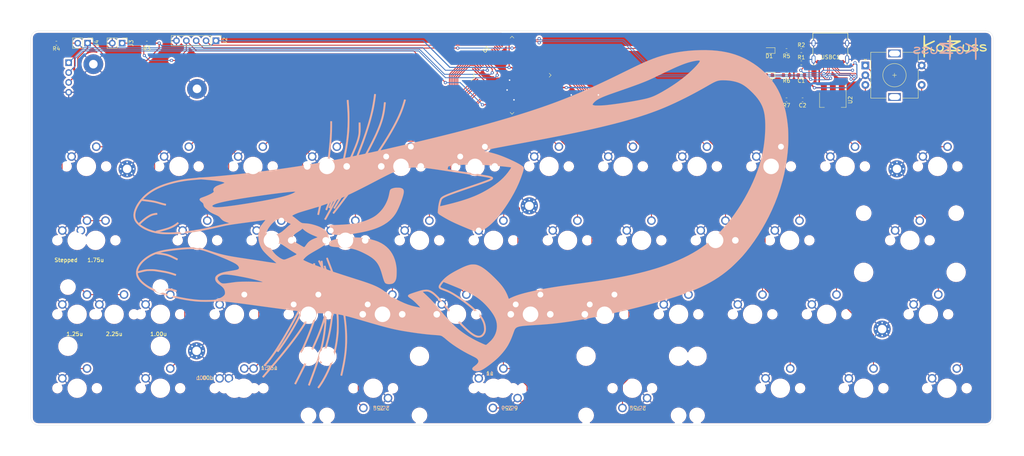
<source format=kicad_pcb>
(kicad_pcb (version 20171130) (host pcbnew 5.1.7-a382d34a8~87~ubuntu20.04.1)
  (layers (0 F.Cu signal) (31 B.Cu signal) (34 B.Paste user) (35 F.Paste user) (36 B.SilkS user) (37 F.SilkS user) (38 B.Mask user) (39 F.Mask user) (44 Edge.Cuts user))
  (net 0 "")
  (net 1 BOOT)
  (net 2 +3V3)
  (net 3 GND)
  (net 4 +5V)
  (net 5 RESET)
  (net 6 SWDIO)
  (net 7 SWCLK)
  (net 8 I2C_CLK)
  (net 9 I2C_DAT)
  (net 10 "Net-(R1-Pad2)")
  (net 11 ENC_A)
  (net 12 ENC_B)
  (net 13 D+)
  (net 14 D-)
  (net 15 "Net-(USBC1-PadA8)")
  (net 16 "Net-(USBC1-PadB8)")
  (net 17 KTAB)
  (net 18 KQ)
  (net 19 KA)
  (net 20 KW)
  (net 21 KS)
  (net 22 KE)
  (net 23 KD)
  (net 24 KR)
  (net 25 KF)
  (net 26 KT)
  (net 27 KY)
  (net 28 KU)
  (net 29 KI)
  (net 30 KO)
  (net 31 KP)
  (net 32 KBACK)
  (net 33 KCAPS)
  (net 34 "Net-(R2-Pad2)")
  (net 35 ENC_SW)
  (net 36 KLCTRL)
  (net 37 KLSHFT)
  (net 38 KLSUP)
  (net 39 KZ)
  (net 40 KLALT)
  (net 41 KX)
  (net 42 KLSPC)
  (net 43 KC)
  (net 44 KV)
  (net 45 KG)
  (net 46 KSPC)
  (net 47 KB)
  (net 48 KH)
  (net 49 KN)
  (net 50 KRSPC)
  (net 51 KJ)
  (net 52 KM)
  (net 53 KK)
  (net 54 KLT)
  (net 55 KRALT)
  (net 56 KL)
  (net 57 KGT)
  (net 58 KRFN)
  (net 59 KRET)
  (net 60 KRSHFT)
  (net 61 KRCTRL)
  (net 62 "Net-(U1-Pad89)")
  (net 63 "Net-(U1-Pad88)")
  (net 64 "Net-(U1-Pad87)")
  (net 65 "Net-(U1-Pad86)")
  (net 66 "Net-(U1-Pad85)")
  (net 67 "Net-(U1-Pad84)")
  (net 68 "Net-(U1-Pad83)")
  (net 69 "Net-(U1-Pad82)")
  (net 70 "Net-(U1-Pad81)")
  (net 71 "Net-(U1-Pad80)")
  (net 72 "Net-(U1-Pad79)")
  (net 73 "Net-(U1-Pad78)")
  (net 74 "Net-(U1-Pad77)")
  (net 75 "Net-(U1-Pad73)")
  (net 76 "Net-(U1-Pad69)")
  (net 77 "Net-(U1-Pad68)")
  (net 78 "Net-(U1-Pad67)")
  (net 79 "Net-(U1-Pad66)")
  (net 80 "Net-(U1-Pad62)")
  (net 81 "Net-(U1-Pad61)")
  (net 82 "Net-(U1-Pad60)")
  (net 83 "Net-(U1-Pad59)")
  (net 84 "Net-(U1-Pad58)")
  (net 85 "Net-(U1-Pad57)")
  (net 86 "Net-(U1-Pad56)")
  (net 87 "Net-(U1-Pad55)")
  (net 88 "Net-(U1-Pad54)")
  (net 89 "Net-(U1-Pad13)")
  (net 90 "Net-(U1-Pad12)")
  (net 91 "Net-(U1-Pad9)")
  (net 92 "Net-(U1-Pad8)")
  (net 93 "Net-(D1-Pad1)")
  (net 94 "Net-(D2-Pad1)")
  (net 95 "Net-(D3-Pad1)")
  (net 96 KLMOD)
  (net 97 LED_R)
  (net 98 LED_G)
  (net 99 LED_B)
  (module Rotary_Encoder:RotaryEncoder_Alps_EC11E-Switch_Vertical_H20mm (layer F.Cu) (at 214.74938 8.93064)
    (fp_text reference ROT_ENC1 hide)
    (fp_text value Rotary_Encoder_Switch)
    (pad A thru_hole rect (at 0 0) (size 2 2) (drill 1) (layers *.Cu *.Mask) (net 11 ENC_A))
    (pad C thru_hole circle (at 0 2.5) (size 2 2) (drill 1) (layers *.Cu *.Mask) (net 3 GND))
    (pad B thru_hole circle (at 0 5) (size 2 2) (drill 1) (layers *.Cu *.Mask) (net 12 ENC_B))
    (pad MP thru_hole rect (at 7.5 -3.1) (size 3.2 2) (drill oval 2.8 1.5) (layers *.Cu *.Mask))
    (pad MP thru_hole rect (at 7.5 8.1) (size 3.2 2) (drill oval 2.8 1.5) (layers *.Cu *.Mask))
    (pad S2 thru_hole circle (at 14.5 0) (size 2 2) (drill 1) (layers *.Cu *.Mask) (net 3 GND))
    (pad S1 thru_hole circle (at 14.5 5) (size 2 2) (drill 1) (layers *.Cu *.Mask) (net 35 ENC_SW))
  )
  (module kobuss:Squash2 (layer F.Cu) (at 103.505 50.165)
    (fp_text reference Ref** hide)
    (fp_text value Val** hide)
  )
  (module kobuss:kobuss_name (layer B.Cu) (at 235.585 6.35 180)
    (fp_text reference Ref** hide)
    (fp_text value Val** hide)
  )
  (module kobuss:kobuss_name (layer F.Cu) (at 237.49 5.715)
    (fp_text reference Ref** hide)
    (fp_text value Val** hide)
  )
  (module Package_QFP:LQFP-100_14x14mm_P0.5mm (layer F.Cu) (at 123.825 11.43 45)
    (fp_text reference U1 (at 0 -9.42 45) (layer F.SilkS))
    (fp_text value STM32F072V8Tx)
    (pad 100 smd roundrect (at -6 -7.675 45) (size 0.3 1.6) (layers F.Cu F.Paste F.Mask) (net 2 +3V3))
    (pad 99 smd roundrect (at -5.5 -7.675 45) (size 0.3 1.6) (layers F.Cu F.Paste F.Mask) (net 3 GND))
    (pad 98 smd roundrect (at -5 -7.675 45) (size 0.3 1.6) (layers F.Cu F.Paste F.Mask) (net 38 KLSUP))
    (pad 97 smd roundrect (at -4.5 -7.675 45) (size 0.3 1.6) (layers F.Cu F.Paste F.Mask) (net 96 KLMOD))
    (pad 96 smd roundrect (at -4 -7.675 45) (size 0.3 1.6) (layers F.Cu F.Paste F.Mask) (net 17 KTAB))
    (pad 95 smd roundrect (at -3.5 -7.675 45) (size 0.3 1.6) (layers F.Cu F.Paste F.Mask) (net 33 KCAPS))
    (pad 94 smd roundrect (at -3 -7.675 45) (size 0.3 1.6) (layers F.Cu F.Paste F.Mask) (net 1 BOOT))
    (pad 93 smd roundrect (at -2.5 -7.675 45) (size 0.3 1.6) (layers F.Cu F.Paste F.Mask) (net 9 I2C_DAT))
    (pad 92 smd roundrect (at -2 -7.675 45) (size 0.3 1.6) (layers F.Cu F.Paste F.Mask) (net 8 I2C_CLK))
    (pad 91 smd roundrect (at -1.5 -7.675 45) (size 0.3 1.6) (layers F.Cu F.Paste F.Mask) (net 37 KLSHFT))
    (pad 90 smd roundrect (at -1 -7.675 45) (size 0.3 1.6) (layers F.Cu F.Paste F.Mask) (net 36 KLCTRL))
    (pad 89 smd roundrect (at -0.5 -7.675 45) (size 0.3 1.6) (layers F.Cu F.Paste F.Mask) (net 62 "Net-(U1-Pad89)"))
    (pad 88 smd roundrect (at 0 -7.675 45) (size 0.3 1.6) (layers F.Cu F.Paste F.Mask) (net 63 "Net-(U1-Pad88)"))
    (pad 87 smd roundrect (at 0.5 -7.675 45) (size 0.3 1.6) (layers F.Cu F.Paste F.Mask) (net 64 "Net-(U1-Pad87)"))
    (pad 86 smd roundrect (at 1 -7.675 45) (size 0.3 1.6) (layers F.Cu F.Paste F.Mask) (net 65 "Net-(U1-Pad86)"))
    (pad 85 smd roundrect (at 1.5 -7.675 45) (size 0.3 1.6) (layers F.Cu F.Paste F.Mask) (net 66 "Net-(U1-Pad85)"))
    (pad 84 smd roundrect (at 2 -7.675 45) (size 0.3 1.6) (layers F.Cu F.Paste F.Mask) (net 67 "Net-(U1-Pad84)"))
    (pad 83 smd roundrect (at 2.5 -7.675 45) (size 0.3 1.6) (layers F.Cu F.Paste F.Mask) (net 68 "Net-(U1-Pad83)"))
    (pad 82 smd roundrect (at 3 -7.675 45) (size 0.3 1.6) (layers F.Cu F.Paste F.Mask) (net 69 "Net-(U1-Pad82)"))
    (pad 81 smd roundrect (at 3.5 -7.675 45) (size 0.3 1.6) (layers F.Cu F.Paste F.Mask) (net 70 "Net-(U1-Pad81)"))
    (pad 80 smd roundrect (at 4 -7.675 45) (size 0.3 1.6) (layers F.Cu F.Paste F.Mask) (net 71 "Net-(U1-Pad80)"))
    (pad 79 smd roundrect (at 4.5 -7.675 45) (size 0.3 1.6) (layers F.Cu F.Paste F.Mask) (net 72 "Net-(U1-Pad79)"))
    (pad 78 smd roundrect (at 5 -7.675 45) (size 0.3 1.6) (layers F.Cu F.Paste F.Mask) (net 73 "Net-(U1-Pad78)"))
    (pad 77 smd roundrect (at 5.5 -7.675 45) (size 0.3 1.6) (layers F.Cu F.Paste F.Mask) (net 74 "Net-(U1-Pad77)"))
    (pad 76 smd roundrect (at 6 -7.675 45) (size 0.3 1.6) (layers F.Cu F.Paste F.Mask) (net 7 SWCLK))
    (pad 75 smd roundrect (at 7.675 -6 45) (size 1.6 0.3) (layers F.Cu F.Paste F.Mask) (net 2 +3V3))
    (pad 74 smd roundrect (at 7.675 -5.5 45) (size 1.6 0.3) (layers F.Cu F.Paste F.Mask) (net 3 GND))
    (pad 73 smd roundrect (at 7.675 -5 45) (size 1.6 0.3) (layers F.Cu F.Paste F.Mask) (net 75 "Net-(U1-Pad73)"))
    (pad 72 smd roundrect (at 7.675 -4.5 45) (size 1.6 0.3) (layers F.Cu F.Paste F.Mask) (net 6 SWDIO))
    (pad 71 smd roundrect (at 7.675 -4 45) (size 1.6 0.3) (layers F.Cu F.Paste F.Mask) (net 13 D+))
    (pad 70 smd roundrect (at 7.675 -3.5 45) (size 1.6 0.3) (layers F.Cu F.Paste F.Mask) (net 14 D-))
    (pad 69 smd roundrect (at 7.675 -3 45) (size 1.6 0.3) (layers F.Cu F.Paste F.Mask) (net 76 "Net-(U1-Pad69)"))
    (pad 68 smd roundrect (at 7.675 -2.5 45) (size 1.6 0.3) (layers F.Cu F.Paste F.Mask) (net 77 "Net-(U1-Pad68)"))
    (pad 67 smd roundrect (at 7.675 -2 45) (size 1.6 0.3) (layers F.Cu F.Paste F.Mask) (net 78 "Net-(U1-Pad67)"))
    (pad 66 smd roundrect (at 7.675 -1.5 45) (size 1.6 0.3) (layers F.Cu F.Paste F.Mask) (net 79 "Net-(U1-Pad66)"))
    (pad 65 smd roundrect (at 7.675 -1 45) (size 1.6 0.3) (layers F.Cu F.Paste F.Mask) (net 97 LED_R))
    (pad 64 smd roundrect (at 7.675 -0.5 45) (size 1.6 0.3) (layers F.Cu F.Paste F.Mask) (net 98 LED_G))
    (pad 63 smd roundrect (at 7.675 0 45) (size 1.6 0.3) (layers F.Cu F.Paste F.Mask) (net 99 LED_B))
    (pad 62 smd roundrect (at 7.675 0.5 45) (size 1.6 0.3) (layers F.Cu F.Paste F.Mask) (net 80 "Net-(U1-Pad62)"))
    (pad 61 smd roundrect (at 7.675 1 45) (size 1.6 0.3) (layers F.Cu F.Paste F.Mask) (net 81 "Net-(U1-Pad61)"))
    (pad 60 smd roundrect (at 7.675 1.5 45) (size 1.6 0.3) (layers F.Cu F.Paste F.Mask) (net 82 "Net-(U1-Pad60)"))
    (pad 59 smd roundrect (at 7.675 2 45) (size 1.6 0.3) (layers F.Cu F.Paste F.Mask) (net 83 "Net-(U1-Pad59)"))
    (pad 58 smd roundrect (at 7.675 2.5 45) (size 1.6 0.3) (layers F.Cu F.Paste F.Mask) (net 84 "Net-(U1-Pad58)"))
    (pad 57 smd roundrect (at 7.675 3 45) (size 1.6 0.3) (layers F.Cu F.Paste F.Mask) (net 85 "Net-(U1-Pad57)"))
    (pad 56 smd roundrect (at 7.675 3.5 45) (size 1.6 0.3) (layers F.Cu F.Paste F.Mask) (net 86 "Net-(U1-Pad56)"))
    (pad 55 smd roundrect (at 7.675 4 45) (size 1.6 0.3) (layers F.Cu F.Paste F.Mask) (net 87 "Net-(U1-Pad55)"))
    (pad 54 smd roundrect (at 7.675 4.5 45) (size 1.6 0.3) (layers F.Cu F.Paste F.Mask) (net 88 "Net-(U1-Pad54)"))
    (pad 53 smd roundrect (at 7.675 5 45) (size 1.6 0.3) (layers F.Cu F.Paste F.Mask) (net 12 ENC_B))
    (pad 52 smd roundrect (at 7.675 5.5 45) (size 1.6 0.3) (layers F.Cu F.Paste F.Mask) (net 11 ENC_A))
    (pad 51 smd roundrect (at 7.675 6 45) (size 1.6 0.3) (layers F.Cu F.Paste F.Mask) (net 35 ENC_SW))
    (pad 50 smd roundrect (at 6 7.675 45) (size 0.3 1.6) (layers F.Cu F.Paste F.Mask) (net 2 +3V3))
    (pad 49 smd roundrect (at 5.5 7.675 45) (size 0.3 1.6) (layers F.Cu F.Paste F.Mask) (net 3 GND))
    (pad 48 smd roundrect (at 5 7.675 45) (size 0.3 1.6) (layers F.Cu F.Paste F.Mask) (net 61 KRCTRL))
    (pad 47 smd roundrect (at 4.5 7.675 45) (size 0.3 1.6) (layers F.Cu F.Paste F.Mask) (net 32 KBACK))
    (pad 46 smd roundrect (at 4 7.675 45) (size 0.3 1.6) (layers F.Cu F.Paste F.Mask) (net 60 KRSHFT))
    (pad 45 smd roundrect (at 3.5 7.675 45) (size 0.3 1.6) (layers F.Cu F.Paste F.Mask) (net 59 KRET))
    (pad 44 smd roundrect (at 3 7.675 45) (size 0.3 1.6) (layers F.Cu F.Paste F.Mask) (net 31 KP))
    (pad 43 smd roundrect (at 2.5 7.675 45) (size 0.3 1.6) (layers F.Cu F.Paste F.Mask) (net 58 KRFN))
    (pad 42 smd roundrect (at 2 7.675 45) (size 0.3 1.6) (layers F.Cu F.Paste F.Mask) (net 57 KGT))
    (pad 41 smd roundrect (at 1.5 7.675 45) (size 0.3 1.6) (layers F.Cu F.Paste F.Mask) (net 56 KL))
    (pad 40 smd roundrect (at 1 7.675 45) (size 0.3 1.6) (layers F.Cu F.Paste F.Mask) (net 30 KO))
    (pad 39 smd roundrect (at 0.5 7.675 45) (size 0.3 1.6) (layers F.Cu F.Paste F.Mask) (net 55 KRALT))
    (pad 38 smd roundrect (at 0 7.675 45) (size 0.3 1.6) (layers F.Cu F.Paste F.Mask) (net 54 KLT))
    (pad 37 smd roundrect (at -0.5 7.675 45) (size 0.3 1.6) (layers F.Cu F.Paste F.Mask) (net 53 KK))
    (pad 36 smd roundrect (at -1 7.675 45) (size 0.3 1.6) (layers F.Cu F.Paste F.Mask) (net 29 KI))
    (pad 35 smd roundrect (at -1.5 7.675 45) (size 0.3 1.6) (layers F.Cu F.Paste F.Mask) (net 52 KM))
    (pad 34 smd roundrect (at -2 7.675 45) (size 0.3 1.6) (layers F.Cu F.Paste F.Mask) (net 51 KJ))
    (pad 33 smd roundrect (at -2.5 7.675 45) (size 0.3 1.6) (layers F.Cu F.Paste F.Mask) (net 28 KU))
    (pad 32 smd roundrect (at -3 7.675 45) (size 0.3 1.6) (layers F.Cu F.Paste F.Mask) (net 50 KRSPC))
    (pad 31 smd roundrect (at -3.5 7.675 45) (size 0.3 1.6) (layers F.Cu F.Paste F.Mask) (net 49 KN))
    (pad 30 smd roundrect (at -4 7.675 45) (size 0.3 1.6) (layers F.Cu F.Paste F.Mask) (net 48 KH))
    (pad 29 smd roundrect (at -4.5 7.675 45) (size 0.3 1.6) (layers F.Cu F.Paste F.Mask) (net 27 KY))
    (pad 28 smd roundrect (at -5 7.675 45) (size 0.3 1.6) (layers F.Cu F.Paste F.Mask) (net 2 +3V3))
    (pad 27 smd roundrect (at -5.5 7.675 45) (size 0.3 1.6) (layers F.Cu F.Paste F.Mask) (net 3 GND))
    (pad 26 smd roundrect (at -6 7.675 45) (size 0.3 1.6) (layers F.Cu F.Paste F.Mask) (net 47 KB))
    (pad 25 smd roundrect (at -7.675 6 45) (size 1.6 0.3) (layers F.Cu F.Paste F.Mask) (net 46 KSPC))
    (pad 24 smd roundrect (at -7.675 5.5 45) (size 1.6 0.3) (layers F.Cu F.Paste F.Mask) (net 45 KG))
    (pad 23 smd roundrect (at -7.675 5 45) (size 1.6 0.3) (layers F.Cu F.Paste F.Mask) (net 26 KT))
    (pad 22 smd roundrect (at -7.675 4.5 45) (size 1.6 0.3) (layers F.Cu F.Paste F.Mask) (net 44 KV))
    (pad 21 smd roundrect (at -7.675 4 45) (size 1.6 0.3) (layers F.Cu F.Paste F.Mask) (net 2 +3V3))
    (pad 20 smd roundrect (at -7.675 3.5 45) (size 1.6 0.3) (layers F.Cu F.Paste F.Mask) (net 3 GND))
    (pad 19 smd roundrect (at -7.675 3 45) (size 1.6 0.3) (layers F.Cu F.Paste F.Mask) (net 25 KF))
    (pad 18 smd roundrect (at -7.675 2.5 45) (size 1.6 0.3) (layers F.Cu F.Paste F.Mask) (net 43 KC))
    (pad 17 smd roundrect (at -7.675 2 45) (size 1.6 0.3) (layers F.Cu F.Paste F.Mask) (net 42 KLSPC))
    (pad 16 smd roundrect (at -7.675 1.5 45) (size 1.6 0.3) (layers F.Cu F.Paste F.Mask) (net 24 KR))
    (pad 15 smd roundrect (at -7.675 1 45) (size 1.6 0.3) (layers F.Cu F.Paste F.Mask) (net 23 KD))
    (pad 14 smd roundrect (at -7.675 0.5 45) (size 1.6 0.3) (layers F.Cu F.Paste F.Mask) (net 5 RESET))
    (pad 13 smd roundrect (at -7.675 0 45) (size 1.6 0.3) (layers F.Cu F.Paste F.Mask) (net 89 "Net-(U1-Pad13)"))
    (pad 12 smd roundrect (at -7.675 -0.5 45) (size 1.6 0.3) (layers F.Cu F.Paste F.Mask) (net 90 "Net-(U1-Pad12)"))
    (pad 11 smd roundrect (at -7.675 -1 45) (size 1.6 0.3) (layers F.Cu F.Paste F.Mask) (net 22 KE))
    (pad 10 smd roundrect (at -7.675 -1.5 45) (size 1.6 0.3) (layers F.Cu F.Paste F.Mask) (net 41 KX))
    (pad 9 smd roundrect (at -7.675 -2 45) (size 1.6 0.3) (layers F.Cu F.Paste F.Mask) (net 91 "Net-(U1-Pad9)"))
    (pad 8 smd roundrect (at -7.675 -2.5 45) (size 1.6 0.3) (layers F.Cu F.Paste F.Mask) (net 92 "Net-(U1-Pad8)"))
    (pad 7 smd roundrect (at -7.675 -3 45) (size 1.6 0.3) (layers F.Cu F.Paste F.Mask) (net 21 KS))
    (pad 6 smd roundrect (at -7.675 -3.5 45) (size 1.6 0.3) (layers F.Cu F.Paste F.Mask) (net 2 +3V3))
    (pad 5 smd roundrect (at -7.675 -4 45) (size 1.6 0.3) (layers F.Cu F.Paste F.Mask) (net 20 KW))
    (pad 4 smd roundrect (at -7.675 -4.5 45) (size 1.6 0.3) (layers F.Cu F.Paste F.Mask) (net 40 KLALT))
    (pad 3 smd roundrect (at -7.675 -5 45) (size 1.6 0.3) (layers F.Cu F.Paste F.Mask) (net 39 KZ))
    (pad 2 smd roundrect (at -7.675 -5.5 45) (size 1.6 0.3) (layers F.Cu F.Paste F.Mask) (net 19 KA))
    (pad 1 smd roundrect (at -7.675 -6 45) (size 1.6 0.3) (layers F.Cu F.Paste F.Mask) (net 18 KQ))
  )
  (module Resistor_SMD:R_0603_1608Metric (layer F.Cu) (at 194.4625 17.78 180)
    (fp_text reference R7 (at 0 -1.43) (layer F.SilkS))
    (fp_text value 120)
    (pad 2 smd roundrect (at 0.7875 0 180) (size 0.875 0.95) (layers F.Cu F.Paste F.Mask) (net 95 "Net-(D3-Pad1)"))
    (pad 1 smd roundrect (at -0.7875 0 180) (size 0.875 0.95) (layers F.Cu F.Paste F.Mask) (net 3 GND))
  )
  (module Resistor_SMD:R_0603_1608Metric (layer F.Cu) (at 194.4625 11.43 180)
    (fp_text reference R6 (at 0 -1.43) (layer F.SilkS))
    (fp_text value 120)
    (pad 2 smd roundrect (at 0.7875 0 180) (size 0.875 0.95) (layers F.Cu F.Paste F.Mask) (net 94 "Net-(D2-Pad1)"))
    (pad 1 smd roundrect (at -0.7875 0 180) (size 0.875 0.95) (layers F.Cu F.Paste F.Mask) (net 3 GND))
  )
  (module Resistor_SMD:R_0603_1608Metric (layer F.Cu) (at 194.4625 5.08 180)
    (fp_text reference R5 (at 0 -1.43) (layer F.SilkS))
    (fp_text value 120)
    (pad 2 smd roundrect (at 0.7875 0 180) (size 0.875 0.95) (layers F.Cu F.Paste F.Mask) (net 93 "Net-(D1-Pad1)"))
    (pad 1 smd roundrect (at -0.7875 0 180) (size 0.875 0.95) (layers F.Cu F.Paste F.Mask) (net 3 GND))
  )
  (module Resistor_SMD:R_0603_1608Metric (layer F.Cu) (at 6.5675 3.175 180)
    (fp_text reference R4 (at 0 -1.43) (layer F.SilkS))
    (fp_text value 5.1k)
    (pad 2 smd roundrect (at 0.7875 0 180) (size 0.875 0.95) (layers F.Cu F.Paste F.Mask) (net 3 GND))
    (pad 1 smd roundrect (at -0.7875 0 180) (size 0.875 0.95) (layers F.Cu F.Paste F.Mask) (net 1 BOOT))
  )
  (module Resistor_SMD:R_0603_1608Metric (layer F.Cu) (at 29.845 3.175 180)
    (fp_text reference R3 (at 0 -1.43) (layer F.SilkS))
    (fp_text value 5.1k)
    (pad 2 smd roundrect (at 0.7875 0 180) (size 0.875 0.95) (layers F.Cu F.Paste F.Mask) (net 5 RESET))
    (pad 1 smd roundrect (at -0.7875 0 180) (size 0.875 0.95) (layers F.Cu F.Paste F.Mask) (net 2 +3V3))
  )
  (module Resistor_SMD:R_0603_1608Metric (layer F.Cu) (at 198.2725 5.08)
    (fp_text reference R2 (at 0 -1.43) (layer F.SilkS))
    (fp_text value 5.1k)
    (pad 2 smd roundrect (at 0.7875 0) (size 0.875 0.95) (layers F.Cu F.Paste F.Mask) (net 34 "Net-(R2-Pad2)"))
    (pad 1 smd roundrect (at -0.7875 0) (size 0.875 0.95) (layers F.Cu F.Paste F.Mask) (net 3 GND))
  )
  (module Resistor_SMD:R_0603_1608Metric (layer F.Cu) (at 198.2725 8.255)
    (fp_text reference R1 (at 0 -1.43) (layer F.SilkS))
    (fp_text value 5.1k)
    (pad 2 smd roundrect (at 0.7875 0) (size 0.875 0.95) (layers F.Cu F.Paste F.Mask) (net 10 "Net-(R1-Pad2)"))
    (pad 1 smd roundrect (at -0.7875 0) (size 0.875 0.95) (layers F.Cu F.Paste F.Mask) (net 3 GND))
  )
  (module LED_SMD:LED_0603_1608Metric (layer F.Cu) (at 190.0175 17.78 180)
    (fp_text reference D3 (at 0 -1.43) (layer F.SilkS))
    (fp_text value LED_B)
    (pad 2 smd roundrect (at 0.7875 0 180) (size 0.875 0.95) (layers F.Cu F.Paste F.Mask) (net 99 LED_B))
    (pad 1 smd roundrect (at -0.7875 0 180) (size 0.875 0.95) (layers F.Cu F.Paste F.Mask) (net 95 "Net-(D3-Pad1)"))
  )
  (module LED_SMD:LED_0603_1608Metric (layer F.Cu) (at 190.0175 11.43 180)
    (fp_text reference D2 (at 0 -1.43) (layer F.SilkS))
    (fp_text value LED_G)
    (pad 2 smd roundrect (at 0.7875 0 180) (size 0.875 0.95) (layers F.Cu F.Paste F.Mask) (net 98 LED_G))
    (pad 1 smd roundrect (at -0.7875 0 180) (size 0.875 0.95) (layers F.Cu F.Paste F.Mask) (net 94 "Net-(D2-Pad1)"))
  )
  (module LED_SMD:LED_0603_1608Metric (layer F.Cu) (at 190.0175 5.08 180)
    (fp_text reference D1 (at 0 -1.43) (layer F.SilkS))
    (fp_text value LED_R)
    (pad 2 smd roundrect (at 0.7875 0 180) (size 0.875 0.95) (layers F.Cu F.Paste F.Mask) (net 97 LED_R))
    (pad 1 smd roundrect (at -0.7875 0 180) (size 0.875 0.95) (layers F.Cu F.Paste F.Mask) (net 93 "Net-(D1-Pad1)"))
  )
  (module Capacitor_SMD:C_0603_1608Metric (layer F.Cu) (at 198.6025 17.78 180)
    (fp_text reference C2 (at 0 -1.43) (layer F.SilkS))
    (fp_text value 10uF)
    (pad 2 smd roundrect (at 0.7875 0 180) (size 0.875 0.95) (layers F.Cu F.Paste F.Mask) (net 3 GND))
    (pad 1 smd roundrect (at -0.7875 0 180) (size 0.875 0.95) (layers F.Cu F.Paste F.Mask) (net 2 +3V3))
  )
  (module Capacitor_SMD:C_0603_1608Metric (layer F.Cu) (at 198.2725 11.43 180)
    (fp_text reference C1 (at 0 -1.43) (layer F.SilkS))
    (fp_text value 10uF)
    (pad 2 smd roundrect (at 0.7875 0 180) (size 0.875 0.95) (layers F.Cu F.Paste F.Mask) (net 3 GND))
    (pad 1 smd roundrect (at -0.7875 0 180) (size 0.875 0.95) (layers F.Cu F.Paste F.Mask) (net 4 +5V))
  )
  (module kobuss:U262-161N-4BVC11 (layer F.Cu) (at 205.74 8.27 180)
    (fp_text reference USBC1 (at 0 1.5) (layer F.SilkS))
    (fp_text value USB_C_Receptacle_USB2.0)
    (pad A1 smd rect (at -3.2 0 180) (size 0.6 1.45) (layers F.Cu F.Paste F.Mask) (net 3 GND))
    (pad A4 smd rect (at -2.4 0 180) (size 0.6 1.45) (layers F.Cu F.Paste F.Mask) (net 4 +5V))
    (pad B8 smd rect (at -1.75 0 180) (size 0.3 1.45) (layers F.Cu F.Paste F.Mask) (net 16 "Net-(USBC1-PadB8)"))
    (pad A5 smd rect (at -1.25 0 180) (size 0.3 1.45) (layers F.Cu F.Paste F.Mask) (net 10 "Net-(R1-Pad2)"))
    (pad B7 smd rect (at -0.75 0 180) (size 0.3 1.45) (layers F.Cu F.Paste F.Mask) (net 14 D-))
    (pad A6 smd rect (at -0.25 0 180) (size 0.3 1.45) (layers F.Cu F.Paste F.Mask) (net 13 D+))
    (pad A7 smd rect (at 0.25 0 180) (size 0.3 1.45) (layers F.Cu F.Paste F.Mask) (net 14 D-))
    (pad B6 smd rect (at 0.75 0 180) (size 0.3 1.45) (layers F.Cu F.Paste F.Mask) (net 13 D+))
    (pad A8 smd rect (at 1.25 0 180) (size 0.3 1.45) (layers F.Cu F.Paste F.Mask) (net 15 "Net-(USBC1-PadA8)"))
    (pad B5 smd rect (at 1.75 0 180) (size 0.3 1.45) (layers F.Cu F.Paste F.Mask) (net 34 "Net-(R2-Pad2)"))
    (pad B4 smd rect (at 2.4 0 180) (size 0.6 1.45) (layers F.Cu F.Paste F.Mask) (net 4 +5V))
    (pad B1 smd rect (at 3.2 0 180) (size 0.6 1.45) (layers F.Cu F.Paste F.Mask) (net 3 GND))
    (pad "" np_thru_hole circle (at -2.89 1.445 180) (size 0.65 0.65) (drill 0.65) (layers *.Cu *.Mask))
    (pad "" np_thru_hole circle (at 2.89 1.445 180) (size 0.65 0.65) (drill 0.65) (layers *.Cu *.Mask))
    (pad S1 thru_hole oval (at 4.32 5.095 180) (size 1 1.6) (drill oval 0.6 1.2) (layers *.Cu *.Mask) (net 3 GND))
    (pad S1 thru_hole oval (at -4.32 5.095 180) (size 1 1.6) (drill oval 0.6 1.2) (layers *.Cu *.Mask) (net 3 GND))
    (pad S1 thru_hole oval (at 4.32 0.915 180) (size 1 2.1) (drill oval 0.6 1.7) (layers *.Cu *.Mask) (net 3 GND))
    (pad S1 thru_hole oval (at -4.32 0.915 180) (size 1 2.1) (drill oval 0.6 1.7) (layers *.Cu *.Mask) (net 3 GND))
    (pad A12 smd rect (at -3.2 0 180) (size 0.6 1.45) (layers F.Cu F.Paste F.Mask) (net 3 GND))
    (pad B12 smd rect (at 3.2 0 180) (size 0.6 1.45) (layers F.Cu F.Paste F.Mask) (net 3 GND))
    (pad B9 smd rect (at 2.4 0 180) (size 0.6 1.45) (layers F.Cu F.Paste F.Mask) (net 4 +5V))
    (pad A9 smd rect (at -2.4 0 180) (size 0.6 1.45) (layers F.Cu F.Paste F.Mask) (net 4 +5V))
  )
  (module MountingHole:MountingHole_2.2mm_M2_Pad_Via (layer F.Cu) (at 128.27 45.085)
    (fp_text reference H5 hide)
    (fp_text value MountingHole_Pad)
    (pad 1 thru_hole circle (at 1.166726 -1.166726) (size 0.7 0.7) (drill 0.4) (layers *.Cu *.Mask) (net 3 GND))
    (pad 1 thru_hole circle (at 0 -1.65) (size 0.7 0.7) (drill 0.4) (layers *.Cu *.Mask) (net 3 GND))
    (pad 1 thru_hole circle (at -1.166726 -1.166726) (size 0.7 0.7) (drill 0.4) (layers *.Cu *.Mask) (net 3 GND))
    (pad 1 thru_hole circle (at -1.65 0) (size 0.7 0.7) (drill 0.4) (layers *.Cu *.Mask) (net 3 GND))
    (pad 1 thru_hole circle (at -1.166726 1.166726) (size 0.7 0.7) (drill 0.4) (layers *.Cu *.Mask) (net 3 GND))
    (pad 1 thru_hole circle (at 0 1.65) (size 0.7 0.7) (drill 0.4) (layers *.Cu *.Mask) (net 3 GND))
    (pad 1 thru_hole circle (at 1.166726 1.166726) (size 0.7 0.7) (drill 0.4) (layers *.Cu *.Mask) (net 3 GND))
    (pad 1 thru_hole circle (at 1.65 0) (size 0.7 0.7) (drill 0.4) (layers *.Cu *.Mask) (net 3 GND))
    (pad 1 thru_hole circle (at 0 0) (size 4.4 4.4) (drill 2.2) (layers *.Cu *.Mask) (net 3 GND))
  )
  (module kobuss:SSD1306 (layer F.Cu) (at 8.4582 6.0452)
    (fp_text reference J1 hide)
    (fp_text value SSD1306)
    (pad 5 thru_hole circle (at 34.29 8.89) (size 5.08 5.08) (drill 2.2098) (layers *.Cu *.Mask) (net 3 GND))
    (pad 5 thru_hole circle (at 7.62 2.54) (size 5.08 5.08) (drill 2.2098) (layers *.Cu *.Mask) (net 3 GND))
    (pad 4 thru_hole oval (at 1.27 9.779) (size 1.7 1.7) (drill 1) (layers *.Cu *.Mask) (net 3 GND))
    (pad 3 thru_hole oval (at 1.27 7.239) (size 1.7 1.7) (drill 1) (layers *.Cu *.Mask) (net 2 +3V3))
    (pad 2 thru_hole oval (at 1.27 4.699) (size 1.7 1.7) (drill 1) (layers *.Cu *.Mask) (net 8 I2C_CLK))
    (pad 1 thru_hole rect (at 1.27 2.159) (size 1.7 1.7) (drill 1) (layers *.Cu *.Mask) (net 9 I2C_DAT))
  )
  (module kobuss:MX_1.25 (layer F.Cu) (at 235.74375 92.075)
    (fp_text reference SW41 hide)
    (fp_text value 1.25u)
    (pad "" np_thru_hole circle (at 5.08 0) (size 1.7 1.7) (drill 1.7) (layers *.Cu *.Mask))
    (pad "" np_thru_hole circle (at -5.08 0) (size 1.7 1.7) (drill 1.7) (layers *.Cu *.Mask))
    (pad "" np_thru_hole circle (at 0 0) (size 4 4) (drill 4) (layers *.Cu *.Mask))
    (pad 2 thru_hole circle (at -3.81 -2.54) (size 2.2 2.2) (drill 1.5) (layers *.Cu *.Mask) (net 3 GND))
    (pad 1 thru_hole circle (at 2.54 -5.08) (size 2.2 2.2) (drill 1.5) (layers *.Cu *.Mask) (net 61 KRCTRL))
  )
  (module kobuss:MX_1.50u (layer F.Cu) (at 233.3625 34.925)
    (fp_text reference SW12 hide)
    (fp_text value 1.50u)
    (pad "" np_thru_hole circle (at 5.08 0) (size 1.7 1.7) (drill 1.7) (layers *.Cu *.Mask))
    (pad "" np_thru_hole circle (at -5.08 0) (size 1.7 1.7) (drill 1.7) (layers *.Cu *.Mask))
    (pad "" np_thru_hole circle (at 0 0) (size 4 4) (drill 4) (layers *.Cu *.Mask))
    (pad 2 thru_hole circle (at -3.81 -2.54) (size 2.2 2.2) (drill 1.5) (layers *.Cu *.Mask) (net 3 GND))
    (pad 1 thru_hole circle (at 2.54 -5.08) (size 2.2 2.2) (drill 1.5) (layers *.Cu *.Mask) (net 32 KBACK))
  )
  (module kobuss:MX_1.75u (layer F.Cu) (at 230.98125 73.025)
    (fp_text reference SW33 hide)
    (fp_text value 1.75u)
    (pad "" np_thru_hole circle (at 5.08 0) (size 1.7 1.7) (drill 1.7) (layers *.Cu *.Mask))
    (pad "" np_thru_hole circle (at -5.08 0) (size 1.7 1.7) (drill 1.7) (layers *.Cu *.Mask))
    (pad "" np_thru_hole circle (at 0 0) (size 4 4) (drill 4) (layers *.Cu *.Mask))
    (pad 2 thru_hole circle (at -3.81 -2.54) (size 2.2 2.2) (drill 1.5) (layers *.Cu *.Mask) (net 3 GND))
    (pad 1 thru_hole circle (at 2.54 -5.08) (size 2.2 2.2) (drill 1.5) (layers *.Cu *.Mask) (net 60 KRSHFT))
  )
  (module kobuss:MX_2.25u (layer F.Cu) (at 226.21875 53.975)
    (fp_text reference SW23 hide)
    (fp_text value 2.25u)
    (pad "" np_thru_hole circle (at 11.9 -7) (size 3.05 3.05) (drill 3.05) (layers *.Cu *.Mask))
    (pad "" np_thru_hole circle (at -11.9 -7) (size 3.05 3.05) (drill 3.05) (layers *.Cu *.Mask))
    (pad "" np_thru_hole circle (at -11.9 8.24) (size 4 4) (drill 4) (layers *.Cu *.Mask))
    (pad "" np_thru_hole circle (at 11.9 8.24) (size 4 4) (drill 4) (layers *.Cu *.Mask))
    (pad "" np_thru_hole circle (at 5.08 0) (size 1.7 1.7) (drill 1.7) (layers *.Cu *.Mask))
    (pad "" np_thru_hole circle (at -5.08 0) (size 1.7 1.7) (drill 1.7) (layers *.Cu *.Mask))
    (pad "" np_thru_hole circle (at 0 0) (size 4 4) (drill 4) (layers *.Cu *.Mask))
    (pad 2 thru_hole circle (at -3.81 -2.54) (size 2.2 2.2) (drill 1.5) (layers *.Cu *.Mask) (net 3 GND))
    (pad 1 thru_hole circle (at 2.54 -5.08) (size 2.2 2.2) (drill 1.5) (layers *.Cu *.Mask) (net 59 KRET))
  )
  (module kobuss:MX_1u (layer F.Cu) (at 214.3125 92.075)
    (fp_text reference SW40 hide)
    (fp_text value 1.00u)
    (pad 1 thru_hole circle (at 2.54 -5.08) (size 2.2 2.2) (drill 1.5) (layers *.Cu *.Mask) (net 58 KRFN))
    (pad 2 thru_hole circle (at -3.81 -2.54) (size 2.2 2.2) (drill 1.5) (layers *.Cu *.Mask) (net 3 GND))
    (pad "" np_thru_hole circle (at 0 0) (size 4 4) (drill 4) (layers *.Cu *.Mask))
    (pad "" np_thru_hole circle (at -5.08 0) (size 1.7 1.7) (drill 1.7) (layers *.Cu *.Mask))
    (pad "" np_thru_hole circle (at 5.08 0) (size 1.7 1.7) (drill 1.7) (layers *.Cu *.Mask))
  )
  (module kobuss:MX_1u (layer F.Cu) (at 209.55 34.925)
    (fp_text reference SW11 hide)
    (fp_text value 1.00u)
    (pad 1 thru_hole circle (at 2.54 -5.08) (size 2.2 2.2) (drill 1.5) (layers *.Cu *.Mask) (net 31 KP))
    (pad 2 thru_hole circle (at -3.81 -2.54) (size 2.2 2.2) (drill 1.5) (layers *.Cu *.Mask) (net 3 GND))
    (pad "" np_thru_hole circle (at 0 0) (size 4 4) (drill 4) (layers *.Cu *.Mask))
    (pad "" np_thru_hole circle (at -5.08 0) (size 1.7 1.7) (drill 1.7) (layers *.Cu *.Mask))
    (pad "" np_thru_hole circle (at 5.08 0) (size 1.7 1.7) (drill 1.7) (layers *.Cu *.Mask))
  )
  (module kobuss:MX_1u (layer F.Cu) (at 204.7875 73.025)
    (fp_text reference SW32 hide)
    (fp_text value 1.00u)
    (pad 1 thru_hole circle (at 2.54 -5.08) (size 2.2 2.2) (drill 1.5) (layers *.Cu *.Mask) (net 57 KGT))
    (pad 2 thru_hole circle (at -3.81 -2.54) (size 2.2 2.2) (drill 1.5) (layers *.Cu *.Mask) (net 3 GND))
    (pad "" np_thru_hole circle (at 0 0) (size 4 4) (drill 4) (layers *.Cu *.Mask))
    (pad "" np_thru_hole circle (at -5.08 0) (size 1.7 1.7) (drill 1.7) (layers *.Cu *.Mask))
    (pad "" np_thru_hole circle (at 5.08 0) (size 1.7 1.7) (drill 1.7) (layers *.Cu *.Mask))
  )
  (module kobuss:MX_1u (layer F.Cu) (at 195.2625 53.975)
    (fp_text reference SW22 hide)
    (fp_text value 1.00u)
    (pad 1 thru_hole circle (at 2.54 -5.08) (size 2.2 2.2) (drill 1.5) (layers *.Cu *.Mask) (net 56 KL))
    (pad 2 thru_hole circle (at -3.81 -2.54) (size 2.2 2.2) (drill 1.5) (layers *.Cu *.Mask) (net 3 GND))
    (pad "" np_thru_hole circle (at 0 0) (size 4 4) (drill 4) (layers *.Cu *.Mask))
    (pad "" np_thru_hole circle (at -5.08 0) (size 1.7 1.7) (drill 1.7) (layers *.Cu *.Mask))
    (pad "" np_thru_hole circle (at 5.08 0) (size 1.7 1.7) (drill 1.7) (layers *.Cu *.Mask))
  )
  (module kobuss:MX_1.25 (layer F.Cu) (at 192.88125 92.075)
    (fp_text reference SW39 hide)
    (fp_text value 1.25u)
    (pad "" np_thru_hole circle (at 5.08 0) (size 1.7 1.7) (drill 1.7) (layers *.Cu *.Mask))
    (pad "" np_thru_hole circle (at -5.08 0) (size 1.7 1.7) (drill 1.7) (layers *.Cu *.Mask))
    (pad "" np_thru_hole circle (at 0 0) (size 4 4) (drill 4) (layers *.Cu *.Mask))
    (pad 2 thru_hole circle (at -3.81 -2.54) (size 2.2 2.2) (drill 1.5) (layers *.Cu *.Mask) (net 3 GND))
    (pad 1 thru_hole circle (at 2.54 -5.08) (size 2.2 2.2) (drill 1.5) (layers *.Cu *.Mask) (net 55 KRALT))
  )
  (module kobuss:MX_1u (layer F.Cu) (at 190.5 34.925)
    (fp_text reference SW10 hide)
    (fp_text value 1.00u)
    (pad 1 thru_hole circle (at 2.54 -5.08) (size 2.2 2.2) (drill 1.5) (layers *.Cu *.Mask) (net 30 KO))
    (pad 2 thru_hole circle (at -3.81 -2.54) (size 2.2 2.2) (drill 1.5) (layers *.Cu *.Mask) (net 3 GND))
    (pad "" np_thru_hole circle (at 0 0) (size 4 4) (drill 4) (layers *.Cu *.Mask))
    (pad "" np_thru_hole circle (at -5.08 0) (size 1.7 1.7) (drill 1.7) (layers *.Cu *.Mask))
    (pad "" np_thru_hole circle (at 5.08 0) (size 1.7 1.7) (drill 1.7) (layers *.Cu *.Mask))
  )
  (module kobuss:MX_1u (layer F.Cu) (at 185.7375 73.025)
    (fp_text reference SW31 hide)
    (fp_text value 1.00u)
    (pad 1 thru_hole circle (at 2.54 -5.08) (size 2.2 2.2) (drill 1.5) (layers *.Cu *.Mask) (net 54 KLT))
    (pad 2 thru_hole circle (at -3.81 -2.54) (size 2.2 2.2) (drill 1.5) (layers *.Cu *.Mask) (net 3 GND))
    (pad "" np_thru_hole circle (at 0 0) (size 4 4) (drill 4) (layers *.Cu *.Mask))
    (pad "" np_thru_hole circle (at -5.08 0) (size 1.7 1.7) (drill 1.7) (layers *.Cu *.Mask))
    (pad "" np_thru_hole circle (at 5.08 0) (size 1.7 1.7) (drill 1.7) (layers *.Cu *.Mask))
  )
  (module kobuss:MX_1u (layer F.Cu) (at 176.2125 53.975)
    (fp_text reference SW21 hide)
    (fp_text value 1.00u)
    (pad 1 thru_hole circle (at 2.54 -5.08) (size 2.2 2.2) (drill 1.5) (layers *.Cu *.Mask) (net 53 KK))
    (pad 2 thru_hole circle (at -3.81 -2.54) (size 2.2 2.2) (drill 1.5) (layers *.Cu *.Mask) (net 3 GND))
    (pad "" np_thru_hole circle (at 0 0) (size 4 4) (drill 4) (layers *.Cu *.Mask))
    (pad "" np_thru_hole circle (at -5.08 0) (size 1.7 1.7) (drill 1.7) (layers *.Cu *.Mask))
    (pad "" np_thru_hole circle (at 5.08 0) (size 1.7 1.7) (drill 1.7) (layers *.Cu *.Mask))
  )
  (module kobuss:MX_1u (layer F.Cu) (at 171.45 34.925)
    (fp_text reference SW9 hide)
    (fp_text value 1.00u)
    (pad 1 thru_hole circle (at 2.54 -5.08) (size 2.2 2.2) (drill 1.5) (layers *.Cu *.Mask) (net 29 KI))
    (pad 2 thru_hole circle (at -3.81 -2.54) (size 2.2 2.2) (drill 1.5) (layers *.Cu *.Mask) (net 3 GND))
    (pad "" np_thru_hole circle (at 0 0) (size 4 4) (drill 4) (layers *.Cu *.Mask))
    (pad "" np_thru_hole circle (at -5.08 0) (size 1.7 1.7) (drill 1.7) (layers *.Cu *.Mask))
    (pad "" np_thru_hole circle (at 5.08 0) (size 1.7 1.7) (drill 1.7) (layers *.Cu *.Mask))
  )
  (module kobuss:MX_1u (layer F.Cu) (at 166.6875 73.025)
    (fp_text reference SW30 hide)
    (fp_text value 1.00u)
    (pad 1 thru_hole circle (at 2.54 -5.08) (size 2.2 2.2) (drill 1.5) (layers *.Cu *.Mask) (net 52 KM))
    (pad 2 thru_hole circle (at -3.81 -2.54) (size 2.2 2.2) (drill 1.5) (layers *.Cu *.Mask) (net 3 GND))
    (pad "" np_thru_hole circle (at 0 0) (size 4 4) (drill 4) (layers *.Cu *.Mask))
    (pad "" np_thru_hole circle (at -5.08 0) (size 1.7 1.7) (drill 1.7) (layers *.Cu *.Mask))
    (pad "" np_thru_hole circle (at 5.08 0) (size 1.7 1.7) (drill 1.7) (layers *.Cu *.Mask))
  )
  (module kobuss:MX_1u (layer F.Cu) (at 157.1625 53.975)
    (fp_text reference SW20 hide)
    (fp_text value 1.00u)
    (pad 1 thru_hole circle (at 2.54 -5.08) (size 2.2 2.2) (drill 1.5) (layers *.Cu *.Mask) (net 51 KJ))
    (pad 2 thru_hole circle (at -3.81 -2.54) (size 2.2 2.2) (drill 1.5) (layers *.Cu *.Mask) (net 3 GND))
    (pad "" np_thru_hole circle (at 0 0) (size 4 4) (drill 4) (layers *.Cu *.Mask))
    (pad "" np_thru_hole circle (at -5.08 0) (size 1.7 1.7) (drill 1.7) (layers *.Cu *.Mask))
    (pad "" np_thru_hole circle (at 5.08 0) (size 1.7 1.7) (drill 1.7) (layers *.Cu *.Mask))
  )
  (module kobuss:MX_2.75u (layer F.Cu) (at 154.78125 92.075 180)
    (fp_text reference SW45 hide)
    (fp_text value 2.75u)
    (pad "" np_thru_hole circle (at 11.9 -7 180) (size 3.05 3.05) (drill 3.05) (layers *.Cu *.Mask))
    (pad "" np_thru_hole circle (at -11.9 -7 180) (size 3.05 3.05) (drill 3.05) (layers *.Cu *.Mask))
    (pad "" np_thru_hole circle (at -11.9 8.24 180) (size 4 4) (drill 4) (layers *.Cu *.Mask))
    (pad "" np_thru_hole circle (at 11.9 8.24 180) (size 4 4) (drill 4) (layers *.Cu *.Mask))
    (pad "" np_thru_hole circle (at 5.08 0 180) (size 1.7 1.7) (drill 1.7) (layers *.Cu *.Mask))
    (pad "" np_thru_hole circle (at -5.08 0 180) (size 1.7 1.7) (drill 1.7) (layers *.Cu *.Mask))
    (pad "" np_thru_hole circle (at 0 0 180) (size 4 4) (drill 4) (layers *.Cu *.Mask))
    (pad 2 thru_hole circle (at -3.81 -2.54 180) (size 2.2 2.2) (drill 1.5) (layers *.Cu *.Mask) (net 3 GND))
    (pad 1 thru_hole circle (at 2.54 -5.08 180) (size 2.2 2.2) (drill 1.5) (layers *.Cu *.Mask) (net 50 KRSPC))
  )
  (module kobuss:MX_1u (layer F.Cu) (at 152.4 34.925)
    (fp_text reference SW8 hide)
    (fp_text value 1.00u)
    (pad 1 thru_hole circle (at 2.54 -5.08) (size 2.2 2.2) (drill 1.5) (layers *.Cu *.Mask) (net 28 KU))
    (pad 2 thru_hole circle (at -3.81 -2.54) (size 2.2 2.2) (drill 1.5) (layers *.Cu *.Mask) (net 3 GND))
    (pad "" np_thru_hole circle (at 0 0) (size 4 4) (drill 4) (layers *.Cu *.Mask))
    (pad "" np_thru_hole circle (at -5.08 0) (size 1.7 1.7) (drill 1.7) (layers *.Cu *.Mask))
    (pad "" np_thru_hole circle (at 5.08 0) (size 1.7 1.7) (drill 1.7) (layers *.Cu *.Mask))
  )
  (module kobuss:MX_1u (layer F.Cu) (at 147.6375 73.025)
    (fp_text reference SW29 hide)
    (fp_text value 1.00u)
    (pad 1 thru_hole circle (at 2.54 -5.08) (size 2.2 2.2) (drill 1.5) (layers *.Cu *.Mask) (net 49 KN))
    (pad 2 thru_hole circle (at -3.81 -2.54) (size 2.2 2.2) (drill 1.5) (layers *.Cu *.Mask) (net 3 GND))
    (pad "" np_thru_hole circle (at 0 0) (size 4 4) (drill 4) (layers *.Cu *.Mask))
    (pad "" np_thru_hole circle (at -5.08 0) (size 1.7 1.7) (drill 1.7) (layers *.Cu *.Mask))
    (pad "" np_thru_hole circle (at 5.08 0) (size 1.7 1.7) (drill 1.7) (layers *.Cu *.Mask))
  )
  (module kobuss:MX_1u (layer F.Cu) (at 138.1125 53.975)
    (fp_text reference SW19 hide)
    (fp_text value 1.00u)
    (pad 1 thru_hole circle (at 2.54 -5.08) (size 2.2 2.2) (drill 1.5) (layers *.Cu *.Mask) (net 48 KH))
    (pad 2 thru_hole circle (at -3.81 -2.54) (size 2.2 2.2) (drill 1.5) (layers *.Cu *.Mask) (net 3 GND))
    (pad "" np_thru_hole circle (at 0 0) (size 4 4) (drill 4) (layers *.Cu *.Mask))
    (pad "" np_thru_hole circle (at -5.08 0) (size 1.7 1.7) (drill 1.7) (layers *.Cu *.Mask))
    (pad "" np_thru_hole circle (at 5.08 0) (size 1.7 1.7) (drill 1.7) (layers *.Cu *.Mask))
  )
  (module kobuss:MX_1u (layer F.Cu) (at 133.35 34.925)
    (fp_text reference SW7 hide)
    (fp_text value 1.00u)
    (pad 1 thru_hole circle (at 2.54 -5.08) (size 2.2 2.2) (drill 1.5) (layers *.Cu *.Mask) (net 27 KY))
    (pad 2 thru_hole circle (at -3.81 -2.54) (size 2.2 2.2) (drill 1.5) (layers *.Cu *.Mask) (net 3 GND))
    (pad "" np_thru_hole circle (at 0 0) (size 4 4) (drill 4) (layers *.Cu *.Mask))
    (pad "" np_thru_hole circle (at -5.08 0) (size 1.7 1.7) (drill 1.7) (layers *.Cu *.Mask))
    (pad "" np_thru_hole circle (at 5.08 0) (size 1.7 1.7) (drill 1.7) (layers *.Cu *.Mask))
  )
  (module kobuss:MX_1u (layer F.Cu) (at 128.5875 73.025)
    (fp_text reference SW28 hide)
    (fp_text value 1.00u)
    (pad 1 thru_hole circle (at 2.54 -5.08) (size 2.2 2.2) (drill 1.5) (layers *.Cu *.Mask) (net 47 KB))
    (pad 2 thru_hole circle (at -3.81 -2.54) (size 2.2 2.2) (drill 1.5) (layers *.Cu *.Mask) (net 3 GND))
    (pad "" np_thru_hole circle (at 0 0) (size 4 4) (drill 4) (layers *.Cu *.Mask))
    (pad "" np_thru_hole circle (at -5.08 0) (size 1.7 1.7) (drill 1.7) (layers *.Cu *.Mask))
    (pad "" np_thru_hole circle (at 5.08 0) (size 1.7 1.7) (drill 1.7) (layers *.Cu *.Mask))
  )
  (module kobuss:MX_6.25u (layer F.Cu) (at 121.44375 92.075 180)
    (fp_text reference SW38 hide)
    (fp_text value 6.25u)
    (pad "" np_thru_hole circle (at 50 -7 180) (size 3.05 3.05) (drill 3.05) (layers *.Cu *.Mask))
    (pad "" np_thru_hole circle (at -50 -7 180) (size 3.05 3.05) (drill 3.05) (layers *.Cu *.Mask))
    (pad "" np_thru_hole circle (at -50 8.24 180) (size 4 4) (drill 4) (layers *.Cu *.Mask))
    (pad "" np_thru_hole circle (at 50 8.24 180) (size 4 4) (drill 4) (layers *.Cu *.Mask))
    (pad "" np_thru_hole circle (at 5.08 0 180) (size 1.7 1.7) (drill 1.7) (layers *.Cu *.Mask))
    (pad "" np_thru_hole circle (at -5.08 0 180) (size 1.7 1.7) (drill 1.7) (layers *.Cu *.Mask))
    (pad "" np_thru_hole circle (at 0 0 180) (size 4 4) (drill 4) (layers *.Cu *.Mask))
    (pad 2 thru_hole circle (at -3.81 -2.54 180) (size 2.2 2.2) (drill 1.5) (layers *.Cu *.Mask) (net 3 GND))
    (pad 1 thru_hole circle (at 2.54 -5.08 180) (size 2.2 2.2) (drill 1.5) (layers *.Cu *.Mask) (net 46 KSPC))
  )
  (module kobuss:MX_1u (layer F.Cu) (at 119.0625 92.075)
    (fp_text reference SW44 hide)
    (fp_text value 1.00u)
    (pad 1 thru_hole circle (at 2.54 -5.08) (size 2.2 2.2) (drill 1.5) (layers *.Cu *.Mask) (net 46 KSPC))
    (pad 2 thru_hole circle (at -3.81 -2.54) (size 2.2 2.2) (drill 1.5) (layers *.Cu *.Mask) (net 3 GND))
    (pad "" np_thru_hole circle (at 0 0) (size 4 4) (drill 4) (layers *.Cu *.Mask))
    (pad "" np_thru_hole circle (at -5.08 0) (size 1.7 1.7) (drill 1.7) (layers *.Cu *.Mask))
    (pad "" np_thru_hole circle (at 5.08 0) (size 1.7 1.7) (drill 1.7) (layers *.Cu *.Mask))
  )
  (module kobuss:MX_1u (layer F.Cu) (at 119.0625 53.975)
    (fp_text reference SW18 hide)
    (fp_text value 1.00u)
    (pad 1 thru_hole circle (at 2.54 -5.08) (size 2.2 2.2) (drill 1.5) (layers *.Cu *.Mask) (net 45 KG))
    (pad 2 thru_hole circle (at -3.81 -2.54) (size 2.2 2.2) (drill 1.5) (layers *.Cu *.Mask) (net 3 GND))
    (pad "" np_thru_hole circle (at 0 0) (size 4 4) (drill 4) (layers *.Cu *.Mask))
    (pad "" np_thru_hole circle (at -5.08 0) (size 1.7 1.7) (drill 1.7) (layers *.Cu *.Mask))
    (pad "" np_thru_hole circle (at 5.08 0) (size 1.7 1.7) (drill 1.7) (layers *.Cu *.Mask))
  )
  (module kobuss:MX_1u (layer F.Cu) (at 114.3 34.925)
    (fp_text reference SW6 hide)
    (fp_text value 1.00u)
    (pad 1 thru_hole circle (at 2.54 -5.08) (size 2.2 2.2) (drill 1.5) (layers *.Cu *.Mask) (net 26 KT))
    (pad 2 thru_hole circle (at -3.81 -2.54) (size 2.2 2.2) (drill 1.5) (layers *.Cu *.Mask) (net 3 GND))
    (pad "" np_thru_hole circle (at 0 0) (size 4 4) (drill 4) (layers *.Cu *.Mask))
    (pad "" np_thru_hole circle (at -5.08 0) (size 1.7 1.7) (drill 1.7) (layers *.Cu *.Mask))
    (pad "" np_thru_hole circle (at 5.08 0) (size 1.7 1.7) (drill 1.7) (layers *.Cu *.Mask))
  )
  (module kobuss:MX_1u (layer F.Cu) (at 109.5375 73.025)
    (fp_text reference SW27 hide)
    (fp_text value 1.00u)
    (pad 1 thru_hole circle (at 2.54 -5.08) (size 2.2 2.2) (drill 1.5) (layers *.Cu *.Mask) (net 44 KV))
    (pad 2 thru_hole circle (at -3.81 -2.54) (size 2.2 2.2) (drill 1.5) (layers *.Cu *.Mask) (net 3 GND))
    (pad "" np_thru_hole circle (at 0 0) (size 4 4) (drill 4) (layers *.Cu *.Mask))
    (pad "" np_thru_hole circle (at -5.08 0) (size 1.7 1.7) (drill 1.7) (layers *.Cu *.Mask))
    (pad "" np_thru_hole circle (at 5.08 0) (size 1.7 1.7) (drill 1.7) (layers *.Cu *.Mask))
  )
  (module kobuss:MX_1u (layer F.Cu) (at 100.0125 53.975)
    (fp_text reference SW17 hide)
    (fp_text value 1.00u)
    (pad 1 thru_hole circle (at 2.54 -5.08) (size 2.2 2.2) (drill 1.5) (layers *.Cu *.Mask) (net 25 KF))
    (pad 2 thru_hole circle (at -3.81 -2.54) (size 2.2 2.2) (drill 1.5) (layers *.Cu *.Mask) (net 3 GND))
    (pad "" np_thru_hole circle (at 0 0) (size 4 4) (drill 4) (layers *.Cu *.Mask))
    (pad "" np_thru_hole circle (at -5.08 0) (size 1.7 1.7) (drill 1.7) (layers *.Cu *.Mask))
    (pad "" np_thru_hole circle (at 5.08 0) (size 1.7 1.7) (drill 1.7) (layers *.Cu *.Mask))
  )
  (module kobuss:MX_1u (layer F.Cu) (at 95.25 34.925)
    (fp_text reference SW5 hide)
    (fp_text value 1.00u)
    (pad 1 thru_hole circle (at 2.54 -5.08) (size 2.2 2.2) (drill 1.5) (layers *.Cu *.Mask) (net 24 KR))
    (pad 2 thru_hole circle (at -3.81 -2.54) (size 2.2 2.2) (drill 1.5) (layers *.Cu *.Mask) (net 3 GND))
    (pad "" np_thru_hole circle (at 0 0) (size 4 4) (drill 4) (layers *.Cu *.Mask))
    (pad "" np_thru_hole circle (at -5.08 0) (size 1.7 1.7) (drill 1.7) (layers *.Cu *.Mask))
    (pad "" np_thru_hole circle (at 5.08 0) (size 1.7 1.7) (drill 1.7) (layers *.Cu *.Mask))
  )
  (module kobuss:MX_1u (layer F.Cu) (at 90.4875 73.025)
    (fp_text reference SW26 hide)
    (fp_text value 1.00u)
    (pad 1 thru_hole circle (at 2.54 -5.08) (size 2.2 2.2) (drill 1.5) (layers *.Cu *.Mask) (net 43 KC))
    (pad 2 thru_hole circle (at -3.81 -2.54) (size 2.2 2.2) (drill 1.5) (layers *.Cu *.Mask) (net 3 GND))
    (pad "" np_thru_hole circle (at 0 0) (size 4 4) (drill 4) (layers *.Cu *.Mask))
    (pad "" np_thru_hole circle (at -5.08 0) (size 1.7 1.7) (drill 1.7) (layers *.Cu *.Mask))
    (pad "" np_thru_hole circle (at 5.08 0) (size 1.7 1.7) (drill 1.7) (layers *.Cu *.Mask))
  )
  (module kobuss:MX_2.25u (layer F.Cu) (at 88.10625 92.075 180)
    (fp_text reference SW43 hide)
    (fp_text value 2.25u)
    (pad "" np_thru_hole circle (at 11.9 -7 180) (size 3.05 3.05) (drill 3.05) (layers *.Cu *.Mask))
    (pad "" np_thru_hole circle (at -11.9 -7 180) (size 3.05 3.05) (drill 3.05) (layers *.Cu *.Mask))
    (pad "" np_thru_hole circle (at -11.9 8.24 180) (size 4 4) (drill 4) (layers *.Cu *.Mask))
    (pad "" np_thru_hole circle (at 11.9 8.24 180) (size 4 4) (drill 4) (layers *.Cu *.Mask))
    (pad "" np_thru_hole circle (at 5.08 0 180) (size 1.7 1.7) (drill 1.7) (layers *.Cu *.Mask))
    (pad "" np_thru_hole circle (at -5.08 0 180) (size 1.7 1.7) (drill 1.7) (layers *.Cu *.Mask))
    (pad "" np_thru_hole circle (at 0 0 180) (size 4 4) (drill 4) (layers *.Cu *.Mask))
    (pad 2 thru_hole circle (at -3.81 -2.54 180) (size 2.2 2.2) (drill 1.5) (layers *.Cu *.Mask) (net 3 GND))
    (pad 1 thru_hole circle (at 2.54 -5.08 180) (size 2.2 2.2) (drill 1.5) (layers *.Cu *.Mask) (net 42 KLSPC))
  )
  (module kobuss:MX_1u (layer F.Cu) (at 80.9625 53.975)
    (fp_text reference SW16 hide)
    (fp_text value 1.00u)
    (pad 1 thru_hole circle (at 2.54 -5.08) (size 2.2 2.2) (drill 1.5) (layers *.Cu *.Mask) (net 23 KD))
    (pad 2 thru_hole circle (at -3.81 -2.54) (size 2.2 2.2) (drill 1.5) (layers *.Cu *.Mask) (net 3 GND))
    (pad "" np_thru_hole circle (at 0 0) (size 4 4) (drill 4) (layers *.Cu *.Mask))
    (pad "" np_thru_hole circle (at -5.08 0) (size 1.7 1.7) (drill 1.7) (layers *.Cu *.Mask))
    (pad "" np_thru_hole circle (at 5.08 0) (size 1.7 1.7) (drill 1.7) (layers *.Cu *.Mask))
  )
  (module kobuss:MX_1u (layer F.Cu) (at 76.2 34.925)
    (fp_text reference SW4 hide)
    (fp_text value 1.00u)
    (pad 1 thru_hole circle (at 2.54 -5.08) (size 2.2 2.2) (drill 1.5) (layers *.Cu *.Mask) (net 22 KE))
    (pad 2 thru_hole circle (at -3.81 -2.54) (size 2.2 2.2) (drill 1.5) (layers *.Cu *.Mask) (net 3 GND))
    (pad "" np_thru_hole circle (at 0 0) (size 4 4) (drill 4) (layers *.Cu *.Mask))
    (pad "" np_thru_hole circle (at -5.08 0) (size 1.7 1.7) (drill 1.7) (layers *.Cu *.Mask))
    (pad "" np_thru_hole circle (at 5.08 0) (size 1.7 1.7) (drill 1.7) (layers *.Cu *.Mask))
  )
  (module kobuss:MX_1u (layer F.Cu) (at 71.4375 73.025)
    (fp_text reference SW25 hide)
    (fp_text value 1.00u)
    (pad 1 thru_hole circle (at 2.54 -5.08) (size 2.2 2.2) (drill 1.5) (layers *.Cu *.Mask) (net 41 KX))
    (pad 2 thru_hole circle (at -3.81 -2.54) (size 2.2 2.2) (drill 1.5) (layers *.Cu *.Mask) (net 3 GND))
    (pad "" np_thru_hole circle (at 0 0) (size 4 4) (drill 4) (layers *.Cu *.Mask))
    (pad "" np_thru_hole circle (at -5.08 0) (size 1.7 1.7) (drill 1.7) (layers *.Cu *.Mask))
    (pad "" np_thru_hole circle (at 5.08 0) (size 1.7 1.7) (drill 1.7) (layers *.Cu *.Mask))
  )
  (module kobuss:MX_1u (layer F.Cu) (at 61.9125 53.975)
    (fp_text reference SW15 hide)
    (fp_text value 1.00u)
    (pad 1 thru_hole circle (at 2.54 -5.08) (size 2.2 2.2) (drill 1.5) (layers *.Cu *.Mask) (net 21 KS))
    (pad 2 thru_hole circle (at -3.81 -2.54) (size 2.2 2.2) (drill 1.5) (layers *.Cu *.Mask) (net 3 GND))
    (pad "" np_thru_hole circle (at 0 0) (size 4 4) (drill 4) (layers *.Cu *.Mask))
    (pad "" np_thru_hole circle (at -5.08 0) (size 1.7 1.7) (drill 1.7) (layers *.Cu *.Mask))
    (pad "" np_thru_hole circle (at 5.08 0) (size 1.7 1.7) (drill 1.7) (layers *.Cu *.Mask))
  )
  (module kobuss:MX_1u (layer F.Cu) (at 57.15 34.925)
    (fp_text reference SW3 hide)
    (fp_text value 1.00u)
    (pad 1 thru_hole circle (at 2.54 -5.08) (size 2.2 2.2) (drill 1.5) (layers *.Cu *.Mask) (net 20 KW))
    (pad 2 thru_hole circle (at -3.81 -2.54) (size 2.2 2.2) (drill 1.5) (layers *.Cu *.Mask) (net 3 GND))
    (pad "" np_thru_hole circle (at 0 0) (size 4 4) (drill 4) (layers *.Cu *.Mask))
    (pad "" np_thru_hole circle (at -5.08 0) (size 1.7 1.7) (drill 1.7) (layers *.Cu *.Mask))
    (pad "" np_thru_hole circle (at 5.08 0) (size 1.7 1.7) (drill 1.7) (layers *.Cu *.Mask))
  )
  (module kobuss:MX_1.25 (layer F.Cu) (at 54.76875 92.075)
    (fp_text reference SW42 hide)
    (fp_text value 1.25u)
    (pad "" np_thru_hole circle (at 5.08 0) (size 1.7 1.7) (drill 1.7) (layers *.Cu *.Mask))
    (pad "" np_thru_hole circle (at -5.08 0) (size 1.7 1.7) (drill 1.7) (layers *.Cu *.Mask))
    (pad "" np_thru_hole circle (at 0 0) (size 4 4) (drill 4) (layers *.Cu *.Mask))
    (pad 2 thru_hole circle (at -3.81 -2.54) (size 2.2 2.2) (drill 1.5) (layers *.Cu *.Mask) (net 3 GND))
    (pad 1 thru_hole circle (at 2.54 -5.08) (size 2.2 2.2) (drill 1.5) (layers *.Cu *.Mask) (net 40 KLALT))
  )
  (module kobuss:MX_1u (layer F.Cu) (at 52.3875 92.075)
    (fp_text reference SW37 hide)
    (fp_text value 1.00u)
    (pad 1 thru_hole circle (at 2.54 -5.08) (size 2.2 2.2) (drill 1.5) (layers *.Cu *.Mask) (net 40 KLALT))
    (pad 2 thru_hole circle (at -3.81 -2.54) (size 2.2 2.2) (drill 1.5) (layers *.Cu *.Mask) (net 3 GND))
    (pad "" np_thru_hole circle (at 0 0) (size 4 4) (drill 4) (layers *.Cu *.Mask))
    (pad "" np_thru_hole circle (at -5.08 0) (size 1.7 1.7) (drill 1.7) (layers *.Cu *.Mask))
    (pad "" np_thru_hole circle (at 5.08 0) (size 1.7 1.7) (drill 1.7) (layers *.Cu *.Mask))
  )
  (module kobuss:MX_1u (layer F.Cu) (at 52.3875 73.025)
    (fp_text reference SW24 hide)
    (fp_text value 1.00u)
    (pad 1 thru_hole circle (at 2.54 -5.08) (size 2.2 2.2) (drill 1.5) (layers *.Cu *.Mask) (net 39 KZ))
    (pad 2 thru_hole circle (at -3.81 -2.54) (size 2.2 2.2) (drill 1.5) (layers *.Cu *.Mask) (net 3 GND))
    (pad "" np_thru_hole circle (at 0 0) (size 4 4) (drill 4) (layers *.Cu *.Mask))
    (pad "" np_thru_hole circle (at -5.08 0) (size 1.7 1.7) (drill 1.7) (layers *.Cu *.Mask))
    (pad "" np_thru_hole circle (at 5.08 0) (size 1.7 1.7) (drill 1.7) (layers *.Cu *.Mask))
  )
  (module kobuss:MX_1u (layer F.Cu) (at 42.8625 53.975)
    (fp_text reference SW14 hide)
    (fp_text value 1.00u)
    (pad 1 thru_hole circle (at 2.54 -5.08) (size 2.2 2.2) (drill 1.5) (layers *.Cu *.Mask) (net 19 KA))
    (pad 2 thru_hole circle (at -3.81 -2.54) (size 2.2 2.2) (drill 1.5) (layers *.Cu *.Mask) (net 3 GND))
    (pad "" np_thru_hole circle (at 0 0) (size 4 4) (drill 4) (layers *.Cu *.Mask))
    (pad "" np_thru_hole circle (at -5.08 0) (size 1.7 1.7) (drill 1.7) (layers *.Cu *.Mask))
    (pad "" np_thru_hole circle (at 5.08 0) (size 1.7 1.7) (drill 1.7) (layers *.Cu *.Mask))
  )
  (module kobuss:MX_1u (layer F.Cu) (at 38.1 34.925)
    (fp_text reference SW2 hide)
    (fp_text value 1.00u)
    (pad 1 thru_hole circle (at 2.54 -5.08) (size 2.2 2.2) (drill 1.5) (layers *.Cu *.Mask) (net 18 KQ))
    (pad 2 thru_hole circle (at -3.81 -2.54) (size 2.2 2.2) (drill 1.5) (layers *.Cu *.Mask) (net 3 GND))
    (pad "" np_thru_hole circle (at 0 0) (size 4 4) (drill 4) (layers *.Cu *.Mask))
    (pad "" np_thru_hole circle (at -5.08 0) (size 1.7 1.7) (drill 1.7) (layers *.Cu *.Mask))
    (pad "" np_thru_hole circle (at 5.08 0) (size 1.7 1.7) (drill 1.7) (layers *.Cu *.Mask))
  )
  (module kobuss:MX_1u (layer F.Cu) (at 33.3375 92.075)
    (fp_text reference SW36 hide)
    (fp_text value 1.00u)
    (pad 1 thru_hole circle (at 2.54 -5.08) (size 2.2 2.2) (drill 1.5) (layers *.Cu *.Mask) (net 38 KLSUP))
    (pad 2 thru_hole circle (at -3.81 -2.54) (size 2.2 2.2) (drill 1.5) (layers *.Cu *.Mask) (net 3 GND))
    (pad "" np_thru_hole circle (at 0 0) (size 4 4) (drill 4) (layers *.Cu *.Mask))
    (pad "" np_thru_hole circle (at -5.08 0) (size 1.7 1.7) (drill 1.7) (layers *.Cu *.Mask))
    (pad "" np_thru_hole circle (at 5.08 0) (size 1.7 1.7) (drill 1.7) (layers *.Cu *.Mask))
  )
  (module kobuss:MX_1.50u (layer F.Cu) (at 14.2875 34.925)
    (fp_text reference SW1 hide)
    (fp_text value 1.50u)
    (pad "" np_thru_hole circle (at 5.08 0) (size 1.7 1.7) (drill 1.7) (layers *.Cu *.Mask))
    (pad "" np_thru_hole circle (at -5.08 0) (size 1.7 1.7) (drill 1.7) (layers *.Cu *.Mask))
    (pad "" np_thru_hole circle (at 0 0) (size 4 4) (drill 4) (layers *.Cu *.Mask))
    (pad 2 thru_hole circle (at -3.81 -2.54) (size 2.2 2.2) (drill 1.5) (layers *.Cu *.Mask) (net 3 GND))
    (pad 1 thru_hole circle (at 2.54 -5.08) (size 2.2 2.2) (drill 1.5) (layers *.Cu *.Mask) (net 17 KTAB))
  )
  (module kobuss:MX_1.25 (layer F.Cu) (at 11.90625 92.075)
    (fp_text reference SW35 hide)
    (fp_text value 1.25u)
    (pad "" np_thru_hole circle (at 5.08 0) (size 1.7 1.7) (drill 1.7) (layers *.Cu *.Mask))
    (pad "" np_thru_hole circle (at -5.08 0) (size 1.7 1.7) (drill 1.7) (layers *.Cu *.Mask))
    (pad "" np_thru_hole circle (at 0 0) (size 4 4) (drill 4) (layers *.Cu *.Mask))
    (pad 2 thru_hole circle (at -3.81 -2.54) (size 2.2 2.2) (drill 1.5) (layers *.Cu *.Mask) (net 3 GND))
    (pad 1 thru_hole circle (at 2.54 -5.08) (size 2.2 2.2) (drill 1.5) (layers *.Cu *.Mask) (net 36 KLCTRL))
  )
  (module kobuss:MX_1.75u_stepped_caps (layer F.Cu) (at 16.66875 53.975)
    (fp_text reference SW13 hide)
    (fp_text value 1.75u_stepped_caps_lock)
    (fp_text user 1.75u (at 0 5.08) (layer F.SilkS))
    (fp_text user Stepped (at -7.62 5.08) (layer F.SilkS))
    (fp_text user Stepped (at -7.62 5.08) (layer F.SilkS))
    (fp_text user 1.75u (at 0 5.08) (layer F.SilkS))
    (pad 1 thru_hole circle (at -2.2225 -5.08) (size 2.2 2.2) (drill 1.5) (layers *.Cu *.Mask) (net 33 KCAPS))
    (pad "" np_thru_hole circle (at -4.7625 0) (size 4 4) (drill 4) (layers *.Cu *.Mask))
    (pad 2 thru_hole circle (at -8.5725 -2.54) (size 2.2 2.2) (drill 1.5) (layers *.Cu *.Mask) (net 3 GND))
    (pad "" np_thru_hole circle (at -9.8425 0) (size 1.7 1.7) (drill 1.7) (layers *.Cu *.Mask))
    (pad "" np_thru_hole circle (at 0.3175 0) (size 1.7 1.7) (drill 1.7) (layers *.Cu *.Mask))
    (pad "" np_thru_hole circle (at 5.08 0) (size 1.7 1.7) (drill 1.7) (layers *.Cu *.Mask))
    (pad "" np_thru_hole circle (at -5.08 0) (size 1.7 1.7) (drill 1.7) (layers *.Cu *.Mask))
    (pad "" np_thru_hole circle (at 0 0) (size 4 4) (drill 4) (layers *.Cu *.Mask))
    (pad 2 thru_hole circle (at -3.81 -2.54) (size 2.2 2.2) (drill 1.5) (layers *.Cu *.Mask) (net 3 GND))
    (pad 1 thru_hole circle (at 2.54 -5.08) (size 2.2 2.2) (drill 1.5) (layers *.Cu *.Mask) (net 33 KCAPS))
  )
  (module kobuss:MX_2.25u_or_1.25and1.00 (layer F.Cu) (at 21.43125 73.025)
    (fp_text reference SW34 hide)
    (fp_text value 2.25u_or_1.25and1.00)
    (fp_text user 1.00u (at 11.43 5.08) (layer F.SilkS))
    (fp_text user 2.25u (at 0 5.08) (layer F.SilkS))
    (fp_text user 1.25u (at -10.16 5.08) (layer F.SilkS))
    (fp_text user 1.25u (at -10.16 5.08) (layer F.SilkS))
    (fp_text user 1.00u (at 11.43 5.08) (layer F.SilkS))
    (fp_text user 2.25u (at 0 5.08) (layer F.SilkS))
    (pad 1 thru_hole circle (at -6.985 -5.08) (size 2.2 2.2) (drill 1.5) (layers *.Cu *.Mask) (net 37 KLSHFT))
    (pad "" np_thru_hole circle (at -14.605 0) (size 1.7 1.7) (drill 1.7) (layers *.Cu *.Mask))
    (pad 2 thru_hole circle (at -13.335 -2.54) (size 2.2 2.2) (drill 1.5) (layers *.Cu *.Mask) (net 3 GND))
    (pad "" np_thru_hole circle (at -9.525 0) (size 4 4) (drill 4) (layers *.Cu *.Mask))
    (pad "" np_thru_hole circle (at -4.445 0) (size 1.7 1.7) (drill 1.7) (layers *.Cu *.Mask))
    (pad 3 thru_hole circle (at 14.44625 -5.08) (size 2.2 2.2) (drill 1.5) (layers *.Cu *.Mask) (net 96 KLMOD))
    (pad "" np_thru_hole circle (at 6.82625 0) (size 1.7 1.7) (drill 1.7) (layers *.Cu *.Mask))
    (pad "" np_thru_hole circle (at 11.90625 0) (size 4 4) (drill 4) (layers *.Cu *.Mask))
    (pad "" np_thru_hole circle (at 16.98625 0) (size 1.7 1.7) (drill 1.7) (layers *.Cu *.Mask))
    (pad 2 thru_hole circle (at 8.09625 -2.54) (size 2.2 2.2) (drill 1.5) (layers *.Cu *.Mask) (net 3 GND))
    (pad "" np_thru_hole circle (at 11.9 -7) (size 3.05 3.05) (drill 3.05) (layers *.Cu *.Mask))
    (pad "" np_thru_hole circle (at -11.9 -7) (size 3.05 3.05) (drill 3.05) (layers *.Cu *.Mask))
    (pad "" np_thru_hole circle (at -11.9 8.24) (size 4 4) (drill 4) (layers *.Cu *.Mask))
    (pad "" np_thru_hole circle (at 11.9 8.24) (size 4 4) (drill 4) (layers *.Cu *.Mask))
    (pad "" np_thru_hole circle (at 5.08 0) (size 1.7 1.7) (drill 1.7) (layers *.Cu *.Mask))
    (pad "" np_thru_hole circle (at -5.08 0) (size 1.7 1.7) (drill 1.7) (layers *.Cu *.Mask))
    (pad "" np_thru_hole circle (at 0 0) (size 4 4) (drill 4) (layers *.Cu *.Mask))
    (pad 2 thru_hole circle (at -3.81 -2.54) (size 2.2 2.2) (drill 1.5) (layers *.Cu *.Mask) (net 3 GND))
    (pad 1 thru_hole circle (at 2.54 -5.08) (size 2.2 2.2) (drill 1.5) (layers *.Cu *.Mask) (net 37 KLSHFT))
  )
  (module Connector_PinHeader_2.54mm:PinHeader_1x02_P2.54mm_Vertical (layer F.Cu) (at 23.495 3.175 270)
    (fp_text reference J3 (at 0 -2.33 90) (layer F.SilkS))
    (fp_text value Conn_01x02)
    (pad 2 thru_hole oval (at 0 2.54 270) (size 1.7 1.7) (drill 1) (layers *.Cu *.Mask) (net 3 GND))
    (pad 1 thru_hole rect (at 0 0 270) (size 1.7 1.7) (drill 1) (layers *.Cu *.Mask) (net 5 RESET))
  )
  (module Connector_PinHeader_2.54mm:PinHeader_1x02_P2.54mm_Vertical (layer F.Cu) (at 14.605 3.175 270)
    (fp_text reference J4 (at 0 -2.33 90) (layer F.SilkS))
    (fp_text value Conn_01x02)
    (pad 2 thru_hole oval (at 0 2.54 270) (size 1.7 1.7) (drill 1) (layers *.Cu *.Mask) (net 1 BOOT))
    (pad 1 thru_hole rect (at 0 0 270) (size 1.7 1.7) (drill 1) (layers *.Cu *.Mask) (net 2 +3V3))
  )
  (module Package_TO_SOT_SMD:SOT-223-3_TabPin2 (layer F.Cu) (at 206.375 17.805 270)
    (fp_text reference U2 (at 0 -4.5 90) (layer F.SilkS))
    (fp_text value AMS1117-3.3)
    (pad 1 smd rect (at -3.15 -2.3 270) (size 2 1.5) (layers F.Cu F.Paste F.Mask) (net 3 GND))
    (pad 3 smd rect (at -3.15 2.3 270) (size 2 1.5) (layers F.Cu F.Paste F.Mask) (net 4 +5V))
    (pad 2 smd rect (at -3.15 0 270) (size 2 1.5) (layers F.Cu F.Paste F.Mask) (net 2 +3V3))
    (pad 2 smd rect (at 3.15 0 270) (size 2 3.8) (layers F.Cu F.Paste F.Mask) (net 2 +3V3))
  )
  (module Connector_PinHeader_2.54mm:PinHeader_1x05_P2.54mm_Vertical (layer F.Cu) (at 47.625 2.54 270)
    (fp_text reference J2 (at 0 -2.33 90) (layer F.SilkS))
    (fp_text value Conn_01x05)
    (pad 5 thru_hole oval (at 0 10.16 270) (size 1.7 1.7) (drill 1) (layers *.Cu *.Mask) (net 3 GND))
    (pad 4 thru_hole oval (at 0 7.62 270) (size 1.7 1.7) (drill 1) (layers *.Cu *.Mask) (net 5 RESET))
    (pad 3 thru_hole oval (at 0 5.08 270) (size 1.7 1.7) (drill 1) (layers *.Cu *.Mask) (net 6 SWDIO))
    (pad 2 thru_hole oval (at 0 2.54 270) (size 1.7 1.7) (drill 1) (layers *.Cu *.Mask) (net 7 SWCLK))
    (pad 1 thru_hole rect (at 0 0 270) (size 1.7 1.7) (drill 1) (layers *.Cu *.Mask) (net 2 +3V3))
  )
  (module MountingHole:MountingHole_2.2mm_M2_Pad_Via (layer F.Cu) (at 219.075 76.835)
    (fp_text reference H4 hide)
    (fp_text value MountingHole_Pad)
    (pad 1 thru_hole circle (at 1.166726 -1.166726) (size 0.7 0.7) (drill 0.4) (layers *.Cu *.Mask) (net 3 GND))
    (pad 1 thru_hole circle (at 0 -1.65) (size 0.7 0.7) (drill 0.4) (layers *.Cu *.Mask) (net 3 GND))
    (pad 1 thru_hole circle (at -1.166726 -1.166726) (size 0.7 0.7) (drill 0.4) (layers *.Cu *.Mask) (net 3 GND))
    (pad 1 thru_hole circle (at -1.65 0) (size 0.7 0.7) (drill 0.4) (layers *.Cu *.Mask) (net 3 GND))
    (pad 1 thru_hole circle (at -1.166726 1.166726) (size 0.7 0.7) (drill 0.4) (layers *.Cu *.Mask) (net 3 GND))
    (pad 1 thru_hole circle (at 0 1.65) (size 0.7 0.7) (drill 0.4) (layers *.Cu *.Mask) (net 3 GND))
    (pad 1 thru_hole circle (at 1.166726 1.166726) (size 0.7 0.7) (drill 0.4) (layers *.Cu *.Mask) (net 3 GND))
    (pad 1 thru_hole circle (at 1.65 0) (size 0.7 0.7) (drill 0.4) (layers *.Cu *.Mask) (net 3 GND))
    (pad 1 thru_hole circle (at 0 0) (size 4.4 4.4) (drill 2.2) (layers *.Cu *.Mask) (net 3 GND))
  )
  (module MountingHole:MountingHole_2.2mm_M2_Pad_Via (layer F.Cu) (at 42.648274 82.446726)
    (fp_text reference H3 hide)
    (fp_text value MountingHole_Pad)
    (pad 1 thru_hole circle (at 1.166726 -1.166726) (size 0.7 0.7) (drill 0.4) (layers *.Cu *.Mask) (net 3 GND))
    (pad 1 thru_hole circle (at 0 -1.65) (size 0.7 0.7) (drill 0.4) (layers *.Cu *.Mask) (net 3 GND))
    (pad 1 thru_hole circle (at -1.166726 -1.166726) (size 0.7 0.7) (drill 0.4) (layers *.Cu *.Mask) (net 3 GND))
    (pad 1 thru_hole circle (at -1.65 0) (size 0.7 0.7) (drill 0.4) (layers *.Cu *.Mask) (net 3 GND))
    (pad 1 thru_hole circle (at -1.166726 1.166726) (size 0.7 0.7) (drill 0.4) (layers *.Cu *.Mask) (net 3 GND))
    (pad 1 thru_hole circle (at 0 1.65) (size 0.7 0.7) (drill 0.4) (layers *.Cu *.Mask) (net 3 GND))
    (pad 1 thru_hole circle (at 1.166726 1.166726) (size 0.7 0.7) (drill 0.4) (layers *.Cu *.Mask) (net 3 GND))
    (pad 1 thru_hole circle (at 1.65 0) (size 0.7 0.7) (drill 0.4) (layers *.Cu *.Mask) (net 3 GND))
    (pad 1 thru_hole circle (at 0 0) (size 4.4 4.4) (drill 2.2) (layers *.Cu *.Mask) (net 3 GND))
  )
  (module MountingHole:MountingHole_2.2mm_M2_Pad_Via (layer F.Cu) (at 222.885 35.56)
    (fp_text reference H2 hide)
    (fp_text value MountingHole_Pad)
    (pad 1 thru_hole circle (at 1.166726 -1.166726) (size 0.7 0.7) (drill 0.4) (layers *.Cu *.Mask) (net 3 GND))
    (pad 1 thru_hole circle (at 0 -1.65) (size 0.7 0.7) (drill 0.4) (layers *.Cu *.Mask) (net 3 GND))
    (pad 1 thru_hole circle (at -1.166726 -1.166726) (size 0.7 0.7) (drill 0.4) (layers *.Cu *.Mask) (net 3 GND))
    (pad 1 thru_hole circle (at -1.65 0) (size 0.7 0.7) (drill 0.4) (layers *.Cu *.Mask) (net 3 GND))
    (pad 1 thru_hole circle (at -1.166726 1.166726) (size 0.7 0.7) (drill 0.4) (layers *.Cu *.Mask) (net 3 GND))
    (pad 1 thru_hole circle (at 0 1.65) (size 0.7 0.7) (drill 0.4) (layers *.Cu *.Mask) (net 3 GND))
    (pad 1 thru_hole circle (at 1.166726 1.166726) (size 0.7 0.7) (drill 0.4) (layers *.Cu *.Mask) (net 3 GND))
    (pad 1 thru_hole circle (at 1.65 0) (size 0.7 0.7) (drill 0.4) (layers *.Cu *.Mask) (net 3 GND))
    (pad 1 thru_hole circle (at 0 0) (size 4.4 4.4) (drill 2.2) (layers *.Cu *.Mask) (net 3 GND))
  )
  (module MountingHole:MountingHole_2.2mm_M2_Pad_Via (layer F.Cu) (at 24.765 35.56)
    (fp_text reference H1 hide)
    (fp_text value MountingHole_Pad)
    (pad 1 thru_hole circle (at 1.166726 -1.166726) (size 0.7 0.7) (drill 0.4) (layers *.Cu *.Mask) (net 3 GND))
    (pad 1 thru_hole circle (at 0 -1.65) (size 0.7 0.7) (drill 0.4) (layers *.Cu *.Mask) (net 3 GND))
    (pad 1 thru_hole circle (at -1.166726 -1.166726) (size 0.7 0.7) (drill 0.4) (layers *.Cu *.Mask) (net 3 GND))
    (pad 1 thru_hole circle (at -1.65 0) (size 0.7 0.7) (drill 0.4) (layers *.Cu *.Mask) (net 3 GND))
    (pad 1 thru_hole circle (at -1.166726 1.166726) (size 0.7 0.7) (drill 0.4) (layers *.Cu *.Mask) (net 3 GND))
    (pad 1 thru_hole circle (at 0 1.65) (size 0.7 0.7) (drill 0.4) (layers *.Cu *.Mask) (net 3 GND))
    (pad 1 thru_hole circle (at 1.166726 1.166726) (size 0.7 0.7) (drill 0.4) (layers *.Cu *.Mask) (net 3 GND))
    (pad 1 thru_hole circle (at 1.65 0) (size 0.7 0.7) (drill 0.4) (layers *.Cu *.Mask) (net 3 GND))
    (pad 1 thru_hole circle (at 0 0) (size 4.4 4.4) (drill 2.2) (layers *.Cu *.Mask) (net 3 GND))
  )
  (gr_text 1.25u (at 61.341 86.868) (layer B.SilkS) (effects (font (size 1 1)) (justify mirror)))
  (gr_text 1.00u (at 44.577 89.408) (layer B.SilkS) (effects (font (size 1 1)) (justify mirror)))
  (gr_text 1.25u (at 61.341 86.868) (layer F.SilkS) (effects (font (size 1 1))))
  (gr_text 1.00u (at 44.831 89.408) (layer F.SilkS) (effects (font (size 1 1))))
  (gr_text 2.75u (at 156.21 97.155 180) (layer B.SilkS) (effects (font (size 1 1)) (justify mirror)))
  (gr_text 6.25u (at 123.19 97.155 180) (layer B.SilkS) (effects (font (size 1 1)) (justify mirror)))
  (gr_text 1u (at 118.11 88.265) (layer B.SilkS) (effects (font (size 1 1)) (justify mirror)))
  (gr_text 2.25u (at 90.17 97.155 180) (layer B.SilkS) (effects (font (size 1 1)) (justify mirror)))
  (gr_text 2.75u (at 156.21 97.155 180) (layer F.SilkS) (effects (font (size 1 1))))
  (gr_text 2.25u (at 90.17 97.155 180) (layer F.SilkS) (effects (font (size 1 1))))
  (gr_text 6.25u (at 123.19 97.155 180) (layer F.SilkS) (effects (font (size 1 1))))
  (gr_text 1u (at 118.11 88.265) (layer F.SilkS) (effects (font (size 1 1))))
  (gr_line (start 1.905 0) (end 245.745 0) (layer Edge.Cuts) (width 0.05))
  (gr_line (start 0 99.695) (end 0 1.905) (layer Edge.Cuts) (width 0.05))
  (gr_line (start 245.745 101.6) (end 1.905 101.6) (layer Edge.Cuts) (width 0.05))
  (gr_line (start 247.65 1.905) (end 247.65 99.695) (layer Edge.Cuts) (width 0.05))
  (gr_arc (start 245.745 1.905) (end 247.65 1.905) (angle -90) (layer Edge.Cuts) (width 0.05))
  (gr_arc (start 245.745 99.695) (end 245.745 101.6) (angle -90) (layer Edge.Cuts) (width 0.05))
  (gr_arc (start 1.905 99.695) (end 0 99.695) (angle -90) (layer Edge.Cuts) (width 0.05))
  (gr_arc (start 1.905 1.905) (end 1.905 0) (angle -90) (layer Edge.Cuts) (width 0.05))
  (segment (start 7.355 3.175) (end 12.065 3.175) (width 0.2286) (layer F.Cu) (net 1))
  (via (at 117.475 10.16) (size 0.8) (drill 0.4) (layers F.Cu B.Cu) (net 1))
  (segment (start 117.475 9.322641) (end 117.475 10.16) (width 0.2286) (layer F.Cu) (net 1))
  (segment (start 116.276635 8.124276) (end 117.475 9.322641) (width 0.2286) (layer F.Cu) (net 1))
  (segment (start 117.475 10.16) (end 106.68 10.16) (width 0.2286) (layer B.Cu) (net 1))
  (segment (start 13.229301 4.339301) (end 12.065 3.175) (width 0.2286) (layer B.Cu) (net 1))
  (segment (start 100.859301 4.339301) (end 13.229301 4.339301) (width 0.2286) (layer B.Cu) (net 1))
  (segment (start 106.68 10.16) (end 100.859301 4.339301) (width 0.2286) (layer B.Cu) (net 1))
  (segment (start 121.226383 19.685472) (end 121.853225 19.05863) (width 0.2794) (layer F.Cu) (net 2))
  (segment (start 206.375 14.655) (end 206.375 20.955) (width 0.381) (layer F.Cu) (net 2))
  (segment (start 202.565 20.955) (end 199.39 17.78) (width 0.381) (layer F.Cu) (net 2))
  (segment (start 206.375 20.955) (end 202.565 20.955) (width 0.381) (layer F.Cu) (net 2))
  (via (at 137.795 14.605) (size 0.8) (drill 0.4) (layers F.Cu B.Cu) (net 2))
  (segment (start 135.542573 14.605) (end 133.523331 12.585758) (width 0.381) (layer F.Cu) (net 2))
  (segment (start 137.795 14.605) (end 135.542573 14.605) (width 0.381) (layer F.Cu) (net 2))
  (segment (start 133.079975 11.987562) (end 128.924293 11.987562) (width 0.2794) (layer F.Cu) (net 2))
  (segment (start 133.494685 12.402272) (end 133.079975 11.987562) (width 0.2794) (layer F.Cu) (net 2))
  (segment (start 133.494685 12.614404) (end 133.494685 12.402272) (width 0.2794) (layer F.Cu) (net 2))
  (segment (start 123.085299 3.68442) (end 123.085299 9.454459) (width 0.2794) (layer F.Cu) (net 2))
  (segment (start 125.009404 1.760315) (end 123.085299 3.68442) (width 0.2794) (layer F.Cu) (net 2))
  (segment (start 116.549923 13.75533) (end 115.923082 14.382171) (width 0.2794) (layer F.Cu) (net 2))
  (segment (start 116.549923 12.640204) (end 116.549923 13.75533) (width 0.2794) (layer F.Cu) (net 2))
  (segment (start 114.155315 10.245596) (end 116.549923 12.640204) (width 0.2794) (layer F.Cu) (net 2))
  (segment (start 121.853224 19.058631) (end 121.226383 19.685472) (width 0.2794) (layer F.Cu) (net 2))
  (segment (start 47.625 2.54) (end 46.355 3.81) (width 0.2794) (layer B.Cu) (net 2))
  (via (at 33.02 3.175) (size 0.8) (drill 0.4) (layers F.Cu B.Cu) (net 2))
  (segment (start 33.655 3.81) (end 33.02 3.175) (width 0.2794) (layer B.Cu) (net 2))
  (segment (start 46.355 3.81) (end 33.655 3.81) (width 0.2794) (layer B.Cu) (net 2))
  (segment (start 33.02 3.175) (end 30.6325 3.175) (width 0.2794) (layer F.Cu) (net 2))
  (segment (start 14.605 3.175) (end 14.605 4.445) (width 0.2794) (layer F.Cu) (net 2))
  (segment (start 14.605 4.445) (end 12.065 6.985) (width 0.2794) (layer F.Cu) (net 2))
  (segment (start 12.065 10.9474) (end 9.7282 13.2842) (width 0.2794) (layer F.Cu) (net 2))
  (segment (start 12.065 6.985) (end 12.065 10.9474) (width 0.2794) (layer F.Cu) (net 2))
  (segment (start 15.7344 3.175) (end 20.1794 7.62) (width 0.2794) (layer F.Cu) (net 2))
  (segment (start 14.605 3.175) (end 15.7344 3.175) (width 0.2794) (layer F.Cu) (net 2))
  (segment (start 20.1794 7.62) (end 29.845 7.62) (width 0.2794) (layer F.Cu) (net 2))
  (segment (start 33.02 4.445) (end 33.02 3.175) (width 0.2794) (layer F.Cu) (net 2))
  (segment (start 29.845 7.62) (end 33.02 4.445) (width 0.2794) (layer F.Cu) (net 2))
  (segment (start 47.625 2.54) (end 100.965 2.54) (width 0.2794) (layer B.Cu) (net 2))
  (segment (start 123.051139 9.420299) (end 123.085299 9.454459) (width 0.2794) (layer B.Cu) (net 2))
  (via (at 123.085299 9.454459) (size 0.8) (drill 0.4) (layers F.Cu B.Cu) (net 2))
  (segment (start 107.845299 9.420299) (end 123.051139 9.420299) (width 0.2794) (layer B.Cu) (net 2))
  (segment (start 100.965 2.54) (end 107.845299 9.420299) (width 0.2794) (layer B.Cu) (net 2))
  (segment (start 123.795928 17.115928) (end 121.226383 19.685472) (width 0.2794) (layer F.Cu) (net 2))
  (segment (start 125.065928 19.727445) (end 125.065928 15.845928) (width 0.2794) (layer F.Cu) (net 2))
  (segment (start 125.716511 20.378028) (end 125.065928 19.727445) (width 0.2794) (layer F.Cu) (net 2))
  (segment (start 125.716511 20.392578) (end 125.716511 20.378028) (width 0.2794) (layer F.Cu) (net 2))
  (segment (start 125.065928 15.845928) (end 123.795928 17.115928) (width 0.2794) (layer F.Cu) (net 2))
  (segment (start 127.156527 13.755329) (end 128.875928 12.035928) (width 0.2794) (layer F.Cu) (net 2))
  (segment (start 116.549924 13.755329) (end 127.156527 13.755329) (width 0.2794) (layer F.Cu) (net 2))
  (segment (start 115.923082 14.382171) (end 116.549924 13.755329) (width 0.2794) (layer F.Cu) (net 2))
  (segment (start 128.924293 11.987562) (end 128.875928 12.035928) (width 0.2794) (layer F.Cu) (net 2))
  (segment (start 123.754459 9.454459) (end 127.605928 13.305928) (width 0.2794) (layer F.Cu) (net 2))
  (segment (start 123.085299 9.454459) (end 123.754459 9.454459) (width 0.2794) (layer F.Cu) (net 2))
  (segment (start 127.605928 13.305928) (end 125.065928 15.845928) (width 0.2794) (layer F.Cu) (net 2))
  (segment (start 128.875928 12.035928) (end 127.605928 13.305928) (width 0.2794) (layer F.Cu) (net 2))
  (segment (start 146.45449 16.91449) (end 146.05 16.51) (width 0.381) (layer F.Cu) (net 2))
  (via (at 146.05 16.51) (size 0.8) (drill 0.4) (layers F.Cu B.Cu) (net 2))
  (segment (start 198.52449 16.91449) (end 146.45449 16.91449) (width 0.381) (layer F.Cu) (net 2))
  (segment (start 199.39 17.78) (end 198.52449 16.91449) (width 0.381) (layer F.Cu) (net 2))
  (segment (start 144.145 14.605) (end 137.795 14.605) (width 0.381) (layer B.Cu) (net 2))
  (segment (start 146.05 16.51) (end 144.145 14.605) (width 0.381) (layer B.Cu) (net 2))
  (segment (start 125.362957 2.099318) (end 126.192275 1.27) (width 0.2794) (layer F.Cu) (net 3))
  (segment (start 125.362957 2.113868) (end 125.362957 2.099318) (width 0.2794) (layer F.Cu) (net 3))
  (via (at 139.065 16.51) (size 0.8) (drill 0.4) (layers F.Cu B.Cu) (net 3))
  (segment (start 136.683175 16.51) (end 139.065 16.51) (width 0.2794) (layer F.Cu) (net 3))
  (segment (start 133.141132 12.967957) (end 136.683175 16.51) (width 0.2794) (layer F.Cu) (net 3))
  (via (at 124.326228 17.78) (size 0.8) (drill 0.4) (layers F.Cu B.Cu) (net 3))
  (segment (start 124.326228 19.709403) (end 124.326228 17.78) (width 0.2794) (layer F.Cu) (net 3))
  (segment (start 125.362957 20.746132) (end 124.326228 19.709403) (width 0.2794) (layer F.Cu) (net 3))
  (segment (start 122.555 17.649747) (end 122.555 15.24) (width 0.2794) (layer F.Cu) (net 3))
  (via (at 122.555 15.24) (size 0.8) (drill 0.4) (layers F.Cu B.Cu) (net 3))
  (segment (start 120.872829 19.331918) (end 122.555 17.649747) (width 0.2794) (layer F.Cu) (net 3))
  (via (at 123.19 12.7) (size 0.8) (drill 0.4) (layers F.Cu B.Cu) (net 3))
  (segment (start 122.659701 12.169701) (end 123.19 12.7) (width 0.2794) (layer F.Cu) (net 3))
  (segment (start 116.786526 12.169701) (end 122.659701 12.169701) (width 0.2794) (layer F.Cu) (net 3))
  (segment (start 114.508868 9.892043) (end 116.786526 12.169701) (width 0.2794) (layer F.Cu) (net 3))
  (segment (start 202.335 8.27) (end 201.42 7.355) (width 0.2794) (layer F.Cu) (net 3))
  (segment (start 202.54 8.27) (end 202.335 8.27) (width 0.2794) (layer F.Cu) (net 3))
  (segment (start 209.145 8.27) (end 210.06 7.355) (width 0.2794) (layer F.Cu) (net 3))
  (segment (start 208.94 8.27) (end 209.145 8.27) (width 0.2794) (layer F.Cu) (net 3))
  (segment (start 202.879657 13.459657) (end 204.075 14.655) (width 0.381) (layer F.Cu) (net 4))
  (segment (start 202.879657 9.836343) (end 202.879657 13.459657) (width 0.381) (layer F.Cu) (net 4))
  (segment (start 203.34 9.376) (end 202.879657 9.836343) (width 0.381) (layer F.Cu) (net 4))
  (segment (start 203.34 8.27) (end 203.34 9.376) (width 0.381) (layer F.Cu) (net 4))
  (segment (start 199.06 12.071174) (end 199.06 11.43) (width 0.381) (layer F.Cu) (net 4))
  (segment (start 201.643826 14.655) (end 199.06 12.071174) (width 0.381) (layer F.Cu) (net 4))
  (segment (start 204.075 14.655) (end 201.643826 14.655) (width 0.381) (layer F.Cu) (net 4))
  (via (at 212.09 8.255) (size 0.8) (drill 0.4) (layers F.Cu B.Cu) (net 4))
  (segment (start 211.010299 9.334701) (end 212.09 8.255) (width 0.2794) (layer F.Cu) (net 4))
  (segment (start 208.200301 9.334701) (end 211.010299 9.334701) (width 0.2794) (layer F.Cu) (net 4))
  (segment (start 208.14 9.2744) (end 208.200301 9.334701) (width 0.2794) (layer F.Cu) (net 4))
  (segment (start 208.14 8.27) (end 208.14 9.2744) (width 0.2794) (layer F.Cu) (net 4))
  (via (at 201.643826 14.655) (size 0.8) (drill 0.4) (layers F.Cu B.Cu) (net 4))
  (segment (start 209.959758 14.655) (end 201.643826 14.655) (width 0.2794) (layer B.Cu) (net 4))
  (segment (start 212.565933 12.048825) (end 209.959758 14.655) (width 0.2794) (layer B.Cu) (net 4))
  (segment (start 212.565933 8.730933) (end 212.565933 12.048825) (width 0.2794) (layer B.Cu) (net 4))
  (segment (start 212.09 8.255) (end 212.565933 8.730933) (width 0.2794) (layer B.Cu) (net 4))
  (segment (start 29.0575 3.175) (end 23.495 3.175) (width 0.2286) (layer F.Cu) (net 5))
  (segment (start 40.005 2.54) (end 42.6243 5.1593) (width 0.2286) (layer F.Cu) (net 5))
  (via (at 116.205 19.05) (size 0.8) (drill 0.4) (layers F.Cu B.Cu) (net 5))
  (segment (start 116.912107 19.05) (end 118.751509 17.210598) (width 0.2286) (layer F.Cu) (net 5))
  (segment (start 116.205 19.05) (end 116.912107 19.05) (width 0.2286) (layer F.Cu) (net 5))
  (segment (start 42.6243 5.1593) (end 86.4393 5.1593) (width 0.2286) (layer F.Cu) (net 5))
  (via (at 29.21 6.35) (size 0.8) (drill 0.4) (layers F.Cu B.Cu) (net 5))
  (segment (start 29.0575 6.1975) (end 29.21 6.35) (width 0.2286) (layer F.Cu) (net 5))
  (segment (start 29.0575 3.175) (end 29.0575 6.1975) (width 0.2286) (layer F.Cu) (net 5))
  (via (at 36.195 7.62) (size 0.8) (drill 0.4) (layers F.Cu B.Cu) (net 5))
  (segment (start 30.48 7.62) (end 36.195 7.62) (width 0.2286) (layer B.Cu) (net 5))
  (segment (start 29.21 6.35) (end 30.48 7.62) (width 0.2286) (layer B.Cu) (net 5))
  (segment (start 36.195 7.62) (end 37.465 7.62) (width 0.2286) (layer F.Cu) (net 5))
  (segment (start 40.005 5.08) (end 40.005 2.54) (width 0.2286) (layer F.Cu) (net 5))
  (segment (start 37.465 7.62) (end 40.005 5.08) (width 0.2286) (layer F.Cu) (net 5))
  (via (at 106.68 13.335) (size 0.8) (drill 0.4) (layers F.Cu B.Cu) (net 5))
  (segment (start 98.5043 5.1593) (end 106.68 13.335) (width 0.2286) (layer F.Cu) (net 5))
  (segment (start 86.4393 5.1593) (end 98.5043 5.1593) (width 0.2286) (layer F.Cu) (net 5))
  (segment (start 110.49 13.335) (end 116.205 19.05) (width 0.2286) (layer B.Cu) (net 5))
  (segment (start 106.68 13.335) (end 110.49 13.335) (width 0.2286) (layer B.Cu) (net 5))
  (via (at 109.855 4.445) (size 0.8) (drill 0.4) (layers F.Cu B.Cu) (net 6))
  (segment (start 44.45 4.445) (end 109.855 4.445) (width 0.2286) (layer F.Cu) (net 6))
  (segment (start 42.545 2.54) (end 44.45 4.445) (width 0.2286) (layer F.Cu) (net 6))
  (via (at 123.825 4.445) (size 0.8) (drill 0.4) (layers F.Cu B.Cu) (net 6))
  (segment (start 109.855 4.445) (end 123.825 4.445) (width 0.2286) (layer B.Cu) (net 6))
  (segment (start 124.446039 4.445) (end 126.070064 2.820975) (width 0.2286) (layer F.Cu) (net 6))
  (segment (start 123.825 4.445) (end 124.446039 4.445) (width 0.2286) (layer F.Cu) (net 6))
  (segment (start 122.039154 1.158873) (end 122.640596 1.760315) (width 0.2286) (layer F.Cu) (net 7))
  (segment (start 121.666164 1.158873) (end 122.039154 1.158873) (width 0.2286) (layer F.Cu) (net 7))
  (segment (start 119.120736 3.704301) (end 121.666164 1.158873) (width 0.2286) (layer F.Cu) (net 7))
  (segment (start 46.249301 3.704301) (end 119.120736 3.704301) (width 0.2286) (layer F.Cu) (net 7))
  (segment (start 45.085 2.54) (end 46.249301 3.704301) (width 0.2286) (layer F.Cu) (net 7))
  (via (at 120.015 11.43) (size 0.8) (drill 0.4) (layers F.Cu B.Cu) (net 8))
  (segment (start 120.015 10.448427) (end 120.015 11.43) (width 0.2286) (layer F.Cu) (net 8))
  (segment (start 116.983742 7.417169) (end 120.015 10.448427) (width 0.2286) (layer F.Cu) (net 8))
  (segment (start 11.43 7.108546) (end 11.43 9.0424) (width 0.2286) (layer B.Cu) (net 8))
  (segment (start 13.342025 5.196521) (end 11.43 7.108546) (width 0.2286) (layer B.Cu) (net 8))
  (segment (start 99.811521 5.196521) (end 13.342025 5.196521) (width 0.2286) (layer B.Cu) (net 8))
  (segment (start 11.43 9.0424) (end 9.7282 10.7442) (width 0.2286) (layer B.Cu) (net 8))
  (segment (start 106.68 12.065) (end 99.811521 5.196521) (width 0.2286) (layer B.Cu) (net 8))
  (segment (start 119.38 12.065) (end 106.68 12.065) (width 0.2286) (layer B.Cu) (net 8))
  (segment (start 120.015 11.43) (end 119.38 12.065) (width 0.2286) (layer B.Cu) (net 8))
  (via (at 118.745 10.795) (size 0.8) (drill 0.4) (layers F.Cu B.Cu) (net 9))
  (segment (start 118.745 9.885533) (end 118.745 10.795) (width 0.2286) (layer F.Cu) (net 9))
  (segment (start 116.630189 7.770722) (end 118.745 9.885533) (width 0.2286) (layer F.Cu) (net 9))
  (segment (start 106.444999 11.194999) (end 100.017911 4.767911) (width 0.2286) (layer B.Cu) (net 9))
  (segment (start 118.345001 11.194999) (end 106.444999 11.194999) (width 0.2286) (layer B.Cu) (net 9))
  (segment (start 118.745 10.795) (end 118.345001 11.194999) (width 0.2286) (layer B.Cu) (net 9))
  (segment (start 13.164489 4.767911) (end 9.7282 8.2042) (width 0.2286) (layer B.Cu) (net 9))
  (segment (start 100.017911 4.767911) (end 13.164489 4.767911) (width 0.2286) (layer B.Cu) (net 9))
  (segment (start 206.99 8.27) (end 206.99 9.09908) (width 0.2286) (layer F.Cu) (net 10))
  (segment (start 206.99 9.09908) (end 208.05092 10.16) (width 0.2286) (layer F.Cu) (net 10))
  (via (at 211.455 10.16) (size 0.8) (drill 0.4) (layers F.Cu B.Cu) (net 10))
  (segment (start 208.05092 10.16) (end 211.455 10.16) (width 0.2286) (layer F.Cu) (net 10))
  (segment (start 211.455 10.16) (end 203.835 10.16) (width 0.2286) (layer B.Cu) (net 10))
  (segment (start 203.835 10.16) (end 203.2 10.795) (width 0.2286) (layer B.Cu) (net 10))
  (via (at 198.12 10.16) (size 0.8) (drill 0.4) (layers F.Cu B.Cu) (net 10))
  (segment (start 198.755 10.795) (end 198.12 10.16) (width 0.2286) (layer B.Cu) (net 10))
  (segment (start 203.2 10.795) (end 198.755 10.795) (width 0.2286) (layer B.Cu) (net 10))
  (segment (start 199.06 9.22) (end 199.06 8.255) (width 0.2286) (layer F.Cu) (net 10))
  (segment (start 198.12 10.16) (end 199.06 9.22) (width 0.2286) (layer F.Cu) (net 10))
  (segment (start 133.742574 9.290601) (end 133.141132 9.892043) (width 0.2286) (layer F.Cu) (net 11))
  (segment (start 135.703089 9.290601) (end 133.742574 9.290601) (width 0.2286) (layer F.Cu) (net 11))
  (segment (start 145.415 19.002512) (end 135.703089 9.290601) (width 0.2286) (layer F.Cu) (net 11))
  (segment (start 173.307512 19.002512) (end 145.415 19.002512) (width 0.2286) (layer F.Cu) (net 11))
  (segment (start 218.44 21.59) (end 215.931658 24.098342) (width 0.2286) (layer F.Cu) (net 11))
  (segment (start 178.403342 24.098342) (end 173.307512 19.002512) (width 0.2286) (layer F.Cu) (net 11))
  (segment (start 218.44 12.62126) (end 218.44 21.59) (width 0.2286) (layer F.Cu) (net 11))
  (segment (start 215.931658 24.098342) (end 178.403342 24.098342) (width 0.2286) (layer F.Cu) (net 11))
  (segment (start 214.74938 8.93064) (end 218.44 12.62126) (width 0.2286) (layer F.Cu) (net 11))
  (segment (start 133.464075 8.861992) (end 135.880626 8.861992) (width 0.2286) (layer F.Cu) (net 12))
  (segment (start 132.787578 9.538489) (end 133.464075 8.861992) (width 0.2286) (layer F.Cu) (net 12))
  (segment (start 145.592536 18.573902) (end 173.513902 18.573902) (width 0.2286) (layer F.Cu) (net 12))
  (segment (start 135.880626 8.861992) (end 145.592536 18.573902) (width 0.2286) (layer F.Cu) (net 12))
  (segment (start 173.513902 18.573902) (end 178.435 23.495) (width 0.2286) (layer F.Cu) (net 12))
  (segment (start 178.435 23.495) (end 212.09 23.495) (width 0.2286) (layer F.Cu) (net 12))
  (segment (start 214.74938 20.83562) (end 214.74938 13.93064) (width 0.2286) (layer F.Cu) (net 12))
  (segment (start 212.09 23.495) (end 214.74938 20.83562) (width 0.2286) (layer F.Cu) (net 12))
  (segment (start 204.523033 11.058768) (end 204.098768 11.058768) (width 0.2) (layer F.Cu) (net 13))
  (segment (start 205.015 10.566801) (end 204.523033 11.058768) (width 0.2) (layer F.Cu) (net 13))
  (segment (start 204.99 9.357501) (end 205.015 9.382501) (width 0.2) (layer F.Cu) (net 13))
  (segment (start 204.99 8.27) (end 204.99 9.357501) (width 0.2) (layer F.Cu) (net 13))
  (segment (start 205.015 9.382501) (end 205.015 10.566801) (width 0.2) (layer F.Cu) (net 13))
  (via (at 204.098768 11.058768) (size 0.8) (drill 0.4) (layers F.Cu B.Cu) (net 13))
  (segment (start 203.806304 11.351232) (end 161.529432 11.351232) (width 0.2) (layer B.Cu) (net 13))
  (segment (start 204.098768 11.058768) (end 203.806304 11.351232) (width 0.2) (layer B.Cu) (net 13))
  (segment (start 131.11 2.315) (end 130.81 2.015) (width 0.2) (layer B.Cu) (net 13))
  (segment (start 152.4932 2.315) (end 131.11 2.315) (width 0.2) (layer B.Cu) (net 13))
  (segment (start 161.529432 11.351232) (end 152.4932 2.315) (width 0.2) (layer B.Cu) (net 13))
  (via (at 130.81 2.015) (size 0.8) (drill 0.4) (layers F.Cu B.Cu) (net 13))
  (segment (start 126.458972 3.174528) (end 126.423617 3.174528) (width 0.2) (layer F.Cu) (net 13))
  (segment (start 127.3185 2.315) (end 126.458972 3.174528) (width 0.2) (layer F.Cu) (net 13))
  (segment (start 130.51 2.315) (end 127.3185 2.315) (width 0.2) (layer F.Cu) (net 13))
  (segment (start 130.81 2.015) (end 130.51 2.315) (width 0.2) (layer F.Cu) (net 13))
  (segment (start 208.062392 11.393777) (end 211.999833 11.393777) (width 0.2) (layer F.Cu) (net 13))
  (segment (start 205.99 8.27) (end 206.039999 8.220001) (width 0.2) (layer F.Cu) (net 13))
  (segment (start 206.039999 8.220001) (end 206.039999 9.371384) (width 0.2) (layer F.Cu) (net 13))
  (segment (start 206.039999 9.371384) (end 208.062392 11.393777) (width 0.2) (layer F.Cu) (net 13))
  (segment (start 211.999833 11.393777) (end 212.126223 11.520167) (width 0.2) (layer F.Cu) (net 13))
  (segment (start 212.126223 11.520167) (end 212.126223 11.867369) (width 0.2) (layer F.Cu) (net 13))
  (via (at 211.826232 11.693768) (size 0.8) (drill 0.4) (layers F.Cu B.Cu) (net 13))
  (segment (start 212.126223 11.867369) (end 211.999833 11.993759) (width 0.2) (layer F.Cu) (net 13))
  (segment (start 211.999833 11.993759) (end 211.751269 11.993759) (width 0.2) (layer F.Cu) (net 13))
  (segment (start 211.751269 11.993759) (end 211.451278 11.693768) (width 0.2) (layer F.Cu) (net 13))
  (segment (start 211.451278 11.693768) (end 211.826232 11.693768) (width 0.2) (layer F.Cu) (net 13))
  (segment (start 205.133696 11.058768) (end 204.098768 11.058768) (width 0.2) (layer B.Cu) (net 13))
  (segment (start 210.766967 11.058768) (end 205.133696 11.058768) (width 0.2) (layer B.Cu) (net 13))
  (segment (start 211.401967 11.693768) (end 210.766967 11.058768) (width 0.2) (layer B.Cu) (net 13))
  (segment (start 211.826232 11.693768) (end 211.401967 11.693768) (width 0.2) (layer B.Cu) (net 13))
  (segment (start 205.465 9.382501) (end 205.465 10.753199) (width 0.2) (layer F.Cu) (net 14))
  (segment (start 205.49 9.357501) (end 205.465 9.382501) (width 0.2) (layer F.Cu) (net 14))
  (segment (start 204.841232 11.376967) (end 204.841232 11.801232) (width 0.2) (layer F.Cu) (net 14))
  (segment (start 205.465 10.753199) (end 204.841232 11.376967) (width 0.2) (layer F.Cu) (net 14))
  (segment (start 205.49 8.27) (end 205.49 9.357501) (width 0.2) (layer F.Cu) (net 14))
  (via (at 204.841232 11.801232) (size 0.8) (drill 0.4) (layers F.Cu B.Cu) (net 14))
  (segment (start 131.11 2.765) (end 130.81 3.065) (width 0.2) (layer B.Cu) (net 14))
  (segment (start 152.3068 2.765) (end 131.11 2.765) (width 0.2) (layer B.Cu) (net 14))
  (segment (start 161.343032 11.801232) (end 152.3068 2.765) (width 0.2) (layer B.Cu) (net 14))
  (segment (start 204.841232 11.801232) (end 161.343032 11.801232) (width 0.2) (layer B.Cu) (net 14))
  (via (at 130.81 3.065) (size 0.8) (drill 0.4) (layers F.Cu B.Cu) (net 14))
  (segment (start 127.504898 2.765) (end 126.777171 3.492727) (width 0.2) (layer F.Cu) (net 14))
  (segment (start 130.81 3.065) (end 130.51 2.765) (width 0.2) (layer F.Cu) (net 14))
  (segment (start 126.777171 3.492727) (end 126.777171 3.528082) (width 0.2) (layer F.Cu) (net 14))
  (segment (start 130.51 2.765) (end 127.504898 2.765) (width 0.2) (layer F.Cu) (net 14))
  (segment (start 211.083768 12.061278) (end 211.083768 12.436232) (width 0.2) (layer F.Cu) (net 14))
  (segment (start 211.46624 12.44375) (end 211.083768 12.061278) (width 0.2) (layer F.Cu) (net 14))
  (segment (start 212.186224 12.44375) (end 211.46624 12.44375) (width 0.2) (layer F.Cu) (net 14))
  (segment (start 212.576214 12.05376) (end 212.186224 12.44375) (width 0.2) (layer F.Cu) (net 14))
  (segment (start 212.576214 11.333776) (end 212.576214 12.05376) (width 0.2) (layer F.Cu) (net 14))
  (segment (start 212.186224 10.943786) (end 212.576214 11.333776) (width 0.2) (layer F.Cu) (net 14))
  (segment (start 208.248784 10.943786) (end 212.186224 10.943786) (width 0.2) (layer F.Cu) (net 14))
  (segment (start 206.539999 8.27) (end 206.539999 9.235001) (width 0.2) (layer F.Cu) (net 14))
  (via (at 211.083768 12.436232) (size 0.8) (drill 0.4) (layers F.Cu B.Cu) (net 14))
  (segment (start 206.539999 9.235001) (end 208.248784 10.943786) (width 0.2) (layer F.Cu) (net 14))
  (segment (start 206.49 8.27) (end 206.539999 8.27) (width 0.2) (layer F.Cu) (net 14))
  (segment (start 210.580569 11.508768) (end 205.133696 11.508768) (width 0.2) (layer B.Cu) (net 14))
  (segment (start 205.133696 11.508768) (end 204.841232 11.801232) (width 0.2) (layer B.Cu) (net 14))
  (segment (start 211.083768 12.436232) (end 211.083768 12.011967) (width 0.2) (layer B.Cu) (net 14))
  (segment (start 211.083768 12.011967) (end 210.580569 11.508768) (width 0.2) (layer B.Cu) (net 14))
  (segment (start 112.627879 8.079829) (end 108.997782 11.709928) (width 0.2286) (layer F.Cu) (net 17))
  (segment (start 114.817974 8.079829) (end 112.627879 8.079829) (width 0.2286) (layer F.Cu) (net 17))
  (segment (start 115.569528 8.831383) (end 114.817974 8.079829) (width 0.2286) (layer F.Cu) (net 17))
  (segment (start 108.997782 15.462218) (end 100.75861 23.70139) (width 0.2286) (layer F.Cu) (net 17))
  (segment (start 108.997782 11.709928) (end 108.997782 15.462218) (width 0.2286) (layer F.Cu) (net 17))
  (segment (start 33.524542 29.845) (end 16.8275 29.845) (width 0.2286) (layer F.Cu) (net 17))
  (segment (start 39.668151 23.701391) (end 33.524542 29.845) (width 0.2286) (layer F.Cu) (net 17))
  (segment (start 100.75861 23.70139) (end 39.668151 23.701391) (width 0.2286) (layer F.Cu) (net 17))
  (segment (start 113.943183 12.614404) (end 101.555764 25.001823) (width 0.2286) (layer F.Cu) (net 18))
  (segment (start 114.155315 12.614404) (end 113.943183 12.614404) (width 0.2286) (layer F.Cu) (net 18))
  (segment (start 45.483177 25.001823) (end 40.64 29.845) (width 0.2286) (layer F.Cu) (net 18))
  (segment (start 101.555764 25.001823) (end 45.483177 25.001823) (width 0.2286) (layer F.Cu) (net 18))
  (segment (start 45.4025 37.017042) (end 45.4025 48.895) (width 0.2286) (layer F.Cu) (net 19))
  (segment (start 101.995922 25.430433) (end 56.989109 25.430433) (width 0.2286) (layer F.Cu) (net 19))
  (segment (start 114.458398 12.967957) (end 101.995922 25.430433) (width 0.2286) (layer F.Cu) (net 19))
  (segment (start 56.989109 25.430433) (end 45.4025 37.017042) (width 0.2286) (layer F.Cu) (net 19))
  (segment (start 114.508868 12.967957) (end 114.458398 12.967957) (width 0.2286) (layer F.Cu) (net 19))
  (segment (start 114.968086 14.630059) (end 114.968086 15.206914) (width 0.2286) (layer F.Cu) (net 20))
  (segment (start 115.569528 14.028617) (end 114.968086 14.630059) (width 0.2286) (layer F.Cu) (net 20))
  (segment (start 62.818739 26.716261) (end 59.69 29.845) (width 0.2286) (layer F.Cu) (net 20))
  (segment (start 103.458739 26.716261) (end 62.818739 26.716261) (width 0.2286) (layer F.Cu) (net 20))
  (segment (start 114.968086 15.206914) (end 103.458739 26.716261) (width 0.2286) (layer F.Cu) (net 20))
  (segment (start 74.930818 27.14487) (end 64.4525 37.623188) (width 0.2286) (layer F.Cu) (net 21))
  (segment (start 103.81702 27.144869) (end 74.930818 27.14487) (width 0.2286) (layer F.Cu) (net 21))
  (segment (start 64.4525 37.623188) (end 64.4525 48.895) (width 0.2286) (layer F.Cu) (net 21))
  (segment (start 116.226165 14.735724) (end 103.81702 27.144869) (width 0.2286) (layer F.Cu) (net 21))
  (segment (start 116.276635 14.735724) (end 116.226165 14.735724) (width 0.2286) (layer F.Cu) (net 21))
  (segment (start 80.582911 28.002089) (end 78.74 29.845) (width 0.2286) (layer F.Cu) (net 22))
  (segment (start 105.788226 28.002089) (end 80.582911 28.002089) (width 0.2286) (layer F.Cu) (net 22))
  (segment (start 117.640377 16.149938) (end 105.788226 28.002089) (width 0.2286) (layer F.Cu) (net 22))
  (segment (start 117.690849 16.149938) (end 117.640377 16.149938) (width 0.2286) (layer F.Cu) (net 22))
  (segment (start 83.5025 38.229334) (end 83.5025 48.895) (width 0.2286) (layer F.Cu) (net 23))
  (segment (start 93.301135 28.430699) (end 83.5025 38.229334) (width 0.2286) (layer F.Cu) (net 23))
  (segment (start 108.238514 28.430699) (end 93.301135 28.430699) (width 0.2286) (layer F.Cu) (net 23))
  (segment (start 119.105062 17.564151) (end 108.238514 28.430699) (width 0.2286) (layer F.Cu) (net 23))
  (segment (start 107.480849 29.845) (end 97.79 29.845) (width 0.2286) (layer F.Cu) (net 24))
  (segment (start 119.408144 17.917705) (end 107.480849 29.845) (width 0.2286) (layer F.Cu) (net 24))
  (segment (start 119.458616 17.917705) (end 119.408144 17.917705) (width 0.2286) (layer F.Cu) (net 24))
  (segment (start 102.5525 36.995611) (end 102.5525 48.895) (width 0.2286) (layer F.Cu) (net 25))
  (segment (start 120.519276 19.028835) (end 102.5525 36.995611) (width 0.2286) (layer F.Cu) (net 25))
  (segment (start 120.519276 18.978365) (end 120.519276 19.028835) (width 0.2286) (layer F.Cu) (net 25))
  (segment (start 116.84 25.486067) (end 116.84 29.845) (width 0.2286) (layer F.Cu) (net 26))
  (segment (start 121.933489 20.392578) (end 116.84 25.486067) (width 0.2286) (layer F.Cu) (net 26))
  (segment (start 126.685467 20.640467) (end 135.89 29.845) (width 0.2286) (layer F.Cu) (net 27))
  (segment (start 126.671506 20.640467) (end 126.685467 20.640467) (width 0.2286) (layer F.Cu) (net 27))
  (segment (start 126.070064 20.039025) (end 126.671506 20.640467) (width 0.2286) (layer F.Cu) (net 27))
  (segment (start 135.564109 26.654172) (end 151.749172 26.654172) (width 0.2286) (layer F.Cu) (net 28))
  (segment (start 151.749172 26.654172) (end 154.94 29.845) (width 0.2286) (layer F.Cu) (net 28))
  (segment (start 127.534748 18.624811) (end 135.564109 26.654172) (width 0.2286) (layer F.Cu) (net 28))
  (segment (start 127.484278 18.624811) (end 127.534748 18.624811) (width 0.2286) (layer F.Cu) (net 28))
  (segment (start 169.513343 25.368343) (end 173.99 29.845) (width 0.2286) (layer F.Cu) (net 29))
  (segment (start 136.34913 25.368343) (end 169.513343 25.368343) (width 0.2286) (layer F.Cu) (net 29))
  (segment (start 128.544938 17.564151) (end 136.34913 25.368343) (width 0.2286) (layer F.Cu) (net 29))
  (segment (start 129.959151 16.149938) (end 137.288386 23.479173) (width 0.2286) (layer F.Cu) (net 30))
  (segment (start 137.288386 23.479173) (end 171.535776 23.479172) (width 0.2286) (layer F.Cu) (net 30))
  (segment (start 177.901604 29.845) (end 193.04 29.845) (width 0.2286) (layer F.Cu) (net 30))
  (segment (start 171.535776 23.479172) (end 177.901604 29.845) (width 0.2286) (layer F.Cu) (net 30))
  (segment (start 131.373365 14.735724) (end 138.211811 21.57417) (width 0.2286) (layer F.Cu) (net 31))
  (segment (start 138.211811 21.57417) (end 172.06917 21.57417) (width 0.2286) (layer F.Cu) (net 31))
  (segment (start 208.915 26.67) (end 212.09 29.845) (width 0.2286) (layer F.Cu) (net 31))
  (segment (start 177.165 26.67) (end 208.915 26.67) (width 0.2286) (layer F.Cu) (net 31))
  (segment (start 172.06917 21.57417) (end 177.165 26.67) (width 0.2286) (layer F.Cu) (net 31))
  (segment (start 210.93463 25.384172) (end 215.395458 29.845) (width 0.2286) (layer F.Cu) (net 32))
  (segment (start 177.755317 25.384171) (end 210.93463 25.384172) (width 0.2286) (layer F.Cu) (net 32))
  (segment (start 215.395458 29.845) (end 235.9025 29.845) (width 0.2286) (layer F.Cu) (net 32))
  (segment (start 132.434025 13.675064) (end 139.047302 20.288341) (width 0.2286) (layer F.Cu) (net 32))
  (segment (start 172.659487 20.288341) (end 139.047302 20.288341) (width 0.2286) (layer F.Cu) (net 32))
  (segment (start 177.755317 25.384171) (end 172.659487 20.288341) (width 0.2286) (layer F.Cu) (net 32))
  (segment (start 8.043199 42.491949) (end 14.44625 48.895) (width 0.2286) (layer F.Cu) (net 33))
  (segment (start 8.043199 31.961801) (end 8.043199 42.491949) (width 0.2286) (layer F.Cu) (net 33))
  (segment (start 100.552218 23.272782) (end 16.732218 23.272782) (width 0.2286) (layer F.Cu) (net 33))
  (segment (start 16.732218 23.272782) (end 8.043199 31.961801) (width 0.2286) (layer F.Cu) (net 33))
  (segment (start 108.569172 15.255828) (end 100.552218 23.272782) (width 0.2286) (layer F.Cu) (net 33))
  (segment (start 112.450346 7.651219) (end 108.569172 11.532392) (width 0.2286) (layer F.Cu) (net 33))
  (segment (start 108.569172 11.532392) (end 108.569172 15.255828) (width 0.2286) (layer F.Cu) (net 33))
  (segment (start 115.096472 7.651219) (end 112.450346 7.651219) (width 0.2286) (layer F.Cu) (net 33))
  (segment (start 115.923082 8.477829) (end 115.096472 7.651219) (width 0.2286) (layer F.Cu) (net 33))
  (segment (start 19.20875 48.895) (end 14.44625 48.895) (width 0.2286) (layer F.Cu) (net 33))
  (segment (start 199.39 5.41) (end 199.06 5.08) (width 0.2286) (layer F.Cu) (net 34))
  (via (at 205.800766 12.208768) (size 0.8) (drill 0.4) (layers F.Cu B.Cu) (net 34))
  (segment (start 204.498367 12.515533) (end 205.494001 12.515533) (width 0.2286) (layer F.Cu) (net 34))
  (segment (start 203.384467 11.401633) (end 204.498367 12.515533) (width 0.2286) (layer F.Cu) (net 34))
  (segment (start 203.384467 10.715903) (end 203.384467 11.401633) (width 0.2286) (layer F.Cu) (net 34))
  (segment (start 205.494001 12.515533) (end 205.800766 12.208768) (width 0.2286) (layer F.Cu) (net 34))
  (segment (start 203.99 10.11037) (end 203.384467 10.715903) (width 0.2286) (layer F.Cu) (net 34))
  (segment (start 203.99 8.27) (end 203.99 10.11037) (width 0.2286) (layer F.Cu) (net 34))
  (via (at 200.66 12.501232) (size 0.8) (drill 0.4) (layers F.Cu B.Cu) (net 34))
  (segment (start 200.767535 12.608767) (end 200.66 12.501232) (width 0.2286) (layer B.Cu) (net 34))
  (segment (start 205.400767 12.608767) (end 200.767535 12.608767) (width 0.2286) (layer B.Cu) (net 34))
  (segment (start 205.800766 12.208768) (end 205.400767 12.608767) (width 0.2286) (layer B.Cu) (net 34))
  (segment (start 200.260001 6.280001) (end 199.06 5.08) (width 0.2286) (layer F.Cu) (net 34))
  (segment (start 200.260001 12.101233) (end 200.260001 6.280001) (width 0.2286) (layer F.Cu) (net 34))
  (segment (start 200.66 12.501232) (end 200.260001 12.101233) (width 0.2286) (layer F.Cu) (net 34))
  (segment (start 133.494685 10.245596) (end 135.975596 10.245596) (width 0.2286) (layer F.Cu) (net 35))
  (segment (start 173.101122 19.431122) (end 178.196952 24.526952) (width 0.2286) (layer F.Cu) (net 35))
  (segment (start 145.161122 19.431122) (end 173.101122 19.431122) (width 0.2286) (layer F.Cu) (net 35))
  (segment (start 135.975596 10.245596) (end 145.161122 19.431122) (width 0.2286) (layer F.Cu) (net 35))
  (segment (start 178.196952 24.526952) (end 225.663048 24.526952) (width 0.2286) (layer F.Cu) (net 35))
  (segment (start 229.24938 20.94062) (end 229.24938 13.93064) (width 0.2286) (layer F.Cu) (net 35))
  (segment (start 225.663048 24.526952) (end 229.24938 20.94062) (width 0.2286) (layer F.Cu) (net 35))
  (segment (start 8.543084 86.995) (end 4.65139 83.103306) (width 0.2286) (layer F.Cu) (net 36))
  (segment (start 14.44625 86.995) (end 8.543084 86.995) (width 0.2286) (layer F.Cu) (net 36))
  (segment (start 4.651391 34.141317) (end 16.567708 22.225) (width 0.2286) (layer F.Cu) (net 36))
  (segment (start 4.65139 83.103306) (end 4.651391 34.141317) (width 0.2286) (layer F.Cu) (net 36))
  (segment (start 16.567708 22.225) (end 100.387708 22.225) (width 0.2286) (layer F.Cu) (net 36))
  (segment (start 117.014351 6.033564) (end 117.690849 6.710062) (width 0.2286) (layer F.Cu) (net 36))
  (segment (start 112.855708 6.033564) (end 117.014351 6.033564) (width 0.2286) (layer F.Cu) (net 36))
  (segment (start 107.711953 11.177319) (end 112.855708 6.033564) (width 0.2286) (layer F.Cu) (net 36))
  (segment (start 107.711952 14.900756) (end 107.711953 11.177319) (width 0.2286) (layer F.Cu) (net 36))
  (segment (start 100.387708 22.225) (end 107.711952 14.900756) (width 0.2286) (layer F.Cu) (net 36))
  (segment (start 23.97125 67.945) (end 14.44625 67.945) (width 0.2286) (layer F.Cu) (net 37))
  (segment (start 113.033244 6.462174) (end 116.735853 6.462174) (width 0.2286) (layer F.Cu) (net 37))
  (segment (start 108.140562 11.354856) (end 113.033244 6.462174) (width 0.2286) (layer F.Cu) (net 37))
  (segment (start 108.140562 15.078292) (end 108.140562 11.354856) (width 0.2286) (layer F.Cu) (net 37))
  (segment (start 100.374682 22.844172) (end 108.140562 15.078292) (width 0.2286) (layer F.Cu) (net 37))
  (segment (start 16.554682 22.844172) (end 100.374682 22.844172) (width 0.2286) (layer F.Cu) (net 37))
  (segment (start 5.08 34.318854) (end 16.554682 22.844172) (width 0.2286) (layer F.Cu) (net 37))
  (segment (start 5.08 58.57875) (end 5.08 34.318854) (width 0.2286) (layer F.Cu) (net 37))
  (segment (start 116.735853 6.462174) (end 117.337295 7.063616) (width 0.2286) (layer F.Cu) (net 37))
  (segment (start 14.44625 67.945) (end 5.08 58.57875) (width 0.2286) (layer F.Cu) (net 37))
  (segment (start 114.260981 8.937048) (end 112.982952 8.937048) (width 0.2286) (layer F.Cu) (net 38))
  (segment (start 114.862422 9.538489) (end 114.260981 8.937048) (width 0.2286) (layer F.Cu) (net 38))
  (segment (start 109.855 15.875) (end 101.156787 24.573213) (width 0.2286) (layer F.Cu) (net 38))
  (segment (start 109.855 12.065) (end 109.855 15.875) (width 0.2286) (layer F.Cu) (net 38))
  (segment (start 112.982952 8.937048) (end 109.855 12.065) (width 0.2286) (layer F.Cu) (net 38))
  (segment (start 40.008621 24.573213) (end 31.855699 32.726135) (width 0.2286) (layer F.Cu) (net 38))
  (segment (start 31.855699 32.726135) (end 31.855699 45.190699) (width 0.2286) (layer F.Cu) (net 38))
  (segment (start 101.156787 24.573213) (end 40.008621 24.573213) (width 0.2286) (layer F.Cu) (net 38))
  (segment (start 31.855699 45.190699) (end 35.56 48.895) (width 0.2286) (layer F.Cu) (net 38))
  (segment (start 35.56 48.895) (end 35.56 59.69) (width 0.2286) (layer F.Cu) (net 38))
  (segment (start 39.581801 83.290699) (end 35.8775 86.995) (width 0.2286) (layer F.Cu) (net 38))
  (segment (start 39.581801 63.711801) (end 39.581801 83.290699) (width 0.2286) (layer F.Cu) (net 38))
  (segment (start 35.56 59.69) (end 39.581801 63.711801) (width 0.2286) (layer F.Cu) (net 38))
  (segment (start 50.477089 63.494589) (end 54.9275 67.945) (width 0.2286) (layer F.Cu) (net 39))
  (segment (start 50.477089 32.548599) (end 50.477089 63.494589) (width 0.2286) (layer F.Cu) (net 39))
  (segment (start 57.166646 25.859042) (end 50.477089 32.548599) (width 0.2286) (layer F.Cu) (net 39))
  (segment (start 102.324892 25.859041) (end 57.166646 25.859042) (width 0.2286) (layer F.Cu) (net 39))
  (segment (start 114.862422 13.321511) (end 102.324892 25.859041) (width 0.2286) (layer F.Cu) (net 39))
  (segment (start 50.905699 32.726135) (end 50.905699 41.380699) (width 0.2286) (layer F.Cu) (net 40))
  (segment (start 57.344183 26.287651) (end 50.905699 32.726135) (width 0.2286) (layer F.Cu) (net 40))
  (segment (start 102.603388 26.287651) (end 57.344183 26.287651) (width 0.2286) (layer F.Cu) (net 40))
  (segment (start 115.215975 13.675064) (end 102.603388 26.287651) (width 0.2286) (layer F.Cu) (net 40))
  (segment (start 50.905699 41.380699) (end 55.245 45.72) (width 0.2286) (layer F.Cu) (net 40))
  (segment (start 58.631801 85.671949) (end 57.30875 86.995) (width 0.2286) (layer F.Cu) (net 40))
  (segment (start 58.631801 69.556135) (end 58.631801 85.671949) (width 0.2286) (layer F.Cu) (net 40))
  (segment (start 55.245 66.169334) (end 58.631801 69.556135) (width 0.2286) (layer F.Cu) (net 40))
  (segment (start 55.245 45.72) (end 55.245 66.169334) (width 0.2286) (layer F.Cu) (net 40))
  (segment (start 57.30875 86.995) (end 54.9275 86.995) (width 0.2286) (layer F.Cu) (net 40))
  (segment (start 69.955699 63.923199) (end 73.9775 67.945) (width 0.2286) (layer F.Cu) (net 41))
  (segment (start 69.955699 32.726135) (end 69.955699 63.923199) (width 0.2286) (layer F.Cu) (net 41))
  (segment (start 75.108355 27.573479) (end 69.955699 32.726135) (width 0.2286) (layer F.Cu) (net 41))
  (segment (start 105.610672 27.573479) (end 75.108355 27.573479) (width 0.2286) (layer F.Cu) (net 41))
  (segment (start 117.337295 15.846856) (end 105.610672 27.573479) (width 0.2286) (layer F.Cu) (net 41))
  (segment (start 117.337295 15.796384) (end 117.337295 15.846856) (width 0.2286) (layer F.Cu) (net 41))
  (segment (start 92.59889 45.484537) (end 92.59889 62.470444) (width 0.2286) (layer F.Cu) (net 42))
  (segment (start 119.812169 18.271258) (end 92.59889 45.484537) (width 0.2286) (layer F.Cu) (net 42))
  (segment (start 84.243199 95.831949) (end 85.56625 97.155) (width 0.2286) (layer F.Cu) (net 42))
  (segment (start 84.243199 70.826135) (end 84.243199 95.831949) (width 0.2286) (layer F.Cu) (net 42))
  (segment (start 92.59889 62.470444) (end 84.243199 70.826135) (width 0.2286) (layer F.Cu) (net 42))
  (segment (start 93.0275 45.712563) (end 93.0275 67.945) (width 0.2286) (layer F.Cu) (net 43))
  (segment (start 120.115252 18.624811) (end 93.0275 45.712563) (width 0.2286) (layer F.Cu) (net 43))
  (segment (start 120.165722 18.624811) (end 120.115252 18.624811) (width 0.2286) (layer F.Cu) (net 43))
  (segment (start 108.055699 32.726135) (end 108.055699 63.923199) (width 0.2286) (layer F.Cu) (net 44))
  (segment (start 120.141367 20.640467) (end 108.055699 32.726135) (width 0.2286) (layer F.Cu) (net 44))
  (segment (start 108.055699 63.923199) (end 112.0775 67.945) (width 0.2286) (layer F.Cu) (net 44))
  (segment (start 120.978494 20.640467) (end 120.141367 20.640467) (width 0.2286) (layer F.Cu) (net 44))
  (segment (start 121.579936 20.039025) (end 120.978494 20.640467) (width 0.2286) (layer F.Cu) (net 44))
  (segment (start 121.685601 48.811899) (end 121.6025 48.895) (width 0.2286) (layer F.Cu) (net 45))
  (segment (start 121.685601 21.347574) (end 121.685601 48.811899) (width 0.2286) (layer F.Cu) (net 45))
  (segment (start 122.287043 20.746132) (end 121.685601 21.347574) (width 0.2286) (layer F.Cu) (net 45))
  (segment (start 121.6025 71.566834) (end 121.6025 86.995) (width 0.2286) (layer F.Cu) (net 46))
  (segment (start 125.306801 67.862533) (end 121.6025 71.566834) (width 0.2286) (layer F.Cu) (net 46))
  (segment (start 125.306801 45.842967) (end 125.306801 67.862533) (width 0.2286) (layer F.Cu) (net 46))
  (segment (start 122.640596 43.176762) (end 125.306801 45.842967) (width 0.2286) (layer F.Cu) (net 46))
  (segment (start 122.640596 21.099685) (end 122.640596 43.176762) (width 0.2286) (layer F.Cu) (net 46))
  (segment (start 127.688051 94.273865) (end 124.806916 97.155) (width 0.2286) (layer F.Cu) (net 46))
  (segment (start 127.688051 91.516135) (end 127.688051 94.273865) (width 0.2286) (layer F.Cu) (net 46))
  (segment (start 123.166916 86.995) (end 127.688051 91.516135) (width 0.2286) (layer F.Cu) (net 46))
  (segment (start 124.806916 97.155) (end 118.90375 97.155) (width 0.2286) (layer F.Cu) (net 46))
  (segment (start 121.6025 86.995) (end 123.166916 86.995) (width 0.2286) (layer F.Cu) (net 46))
  (segment (start 125.755699 62.573199) (end 131.1275 67.945) (width 0.2286) (layer F.Cu) (net 47))
  (segment (start 125.009404 44.939424) (end 125.755699 45.685719) (width 0.2286) (layer F.Cu) (net 47))
  (segment (start 125.755699 45.685719) (end 125.755699 62.573199) (width 0.2286) (layer F.Cu) (net 47))
  (segment (start 125.009404 21.099685) (end 125.009404 44.939424) (width 0.2286) (layer F.Cu) (net 47))
  (segment (start 126.423617 19.685472) (end 134.678145 27.94) (width 0.2286) (layer F.Cu) (net 48))
  (segment (start 140.6525 32.514334) (end 140.6525 48.895) (width 0.2286) (layer F.Cu) (net 48))
  (segment (start 136.078166 27.94) (end 140.6525 32.514334) (width 0.2286) (layer F.Cu) (net 48))
  (segment (start 134.678145 27.94) (end 136.078166 27.94) (width 0.2286) (layer F.Cu) (net 48))
  (segment (start 136.255703 27.511391) (end 141.08111 32.336798) (width 0.2286) (layer F.Cu) (net 49))
  (segment (start 135.007113 27.51139) (end 136.255703 27.511391) (width 0.2286) (layer F.Cu) (net 49))
  (segment (start 126.827641 19.331918) (end 135.007113 27.51139) (width 0.2286) (layer F.Cu) (net 49))
  (segment (start 126.777171 19.331918) (end 126.827641 19.331918) (width 0.2286) (layer F.Cu) (net 49))
  (segment (start 141.08111 32.336798) (end 141.08111 45.83111) (width 0.2286) (layer F.Cu) (net 49))
  (segment (start 144.356801 62.124301) (end 150.1775 67.945) (width 0.2286) (layer F.Cu) (net 49))
  (segment (start 144.356801 49.106801) (end 144.356801 62.124301) (width 0.2286) (layer F.Cu) (net 49))
  (segment (start 141.08111 45.83111) (end 144.356801 49.106801) (width 0.2286) (layer F.Cu) (net 49))
  (segment (start 153.881801 69.556135) (end 153.881801 89.549283) (width 0.2286) (layer F.Cu) (net 50))
  (segment (start 146.05 61.724334) (end 153.881801 69.556135) (width 0.2286) (layer F.Cu) (net 50))
  (segment (start 146.05 36.699542) (end 146.05 61.724334) (width 0.2286) (layer F.Cu) (net 50))
  (segment (start 136.43324 27.082782) (end 146.05 36.699542) (width 0.2286) (layer F.Cu) (net 50))
  (segment (start 135.235141 27.082782) (end 136.43324 27.082782) (width 0.2286) (layer F.Cu) (net 50))
  (segment (start 152.24125 91.189834) (end 152.24125 97.155) (width 0.2286) (layer F.Cu) (net 50))
  (segment (start 153.881801 89.549283) (end 152.24125 91.189834) (width 0.2286) (layer F.Cu) (net 50))
  (segment (start 127.130724 18.978365) (end 135.235141 27.082782) (width 0.2286) (layer F.Cu) (net 50))
  (segment (start 159.7025 32.514334) (end 159.7025 48.895) (width 0.2286) (layer F.Cu) (net 51))
  (segment (start 135.741665 26.225562) (end 153.413728 26.225562) (width 0.2286) (layer F.Cu) (net 51))
  (segment (start 127.837831 18.321728) (end 135.741665 26.225562) (width 0.2286) (layer F.Cu) (net 51))
  (segment (start 153.413728 26.225562) (end 159.7025 32.514334) (width 0.2286) (layer F.Cu) (net 51))
  (segment (start 127.837831 18.271258) (end 127.837831 18.321728) (width 0.2286) (layer F.Cu) (net 51))
  (segment (start 169.2275 41.433188) (end 169.2275 67.945) (width 0.2286) (layer F.Cu) (net 52))
  (segment (start 153.591264 25.796952) (end 169.2275 41.433188) (width 0.2286) (layer F.Cu) (net 52))
  (segment (start 136.070632 25.796953) (end 153.591264 25.796952) (width 0.2286) (layer F.Cu) (net 52))
  (segment (start 128.191384 17.917705) (end 136.070632 25.796953) (width 0.2286) (layer F.Cu) (net 52))
  (segment (start 129.499933 17.81204) (end 129.499933 17.913) (width 0.2286) (layer F.Cu) (net 53))
  (segment (start 128.898491 17.210598) (end 129.499933 17.81204) (width 0.2286) (layer F.Cu) (net 53))
  (segment (start 129.499933 17.913) (end 136.351933 24.765) (width 0.2286) (layer F.Cu) (net 53))
  (segment (start 178.7525 32.514334) (end 178.7525 48.895) (width 0.2286) (layer F.Cu) (net 53))
  (segment (start 171.003166 24.765) (end 178.7525 32.514334) (width 0.2286) (layer F.Cu) (net 53))
  (segment (start 136.351933 24.765) (end 171.003166 24.765) (width 0.2286) (layer F.Cu) (net 53))
  (segment (start 188.2775 41.433188) (end 188.2775 67.945) (width 0.2286) (layer F.Cu) (net 54))
  (segment (start 171.180702 24.33639) (end 188.2775 41.433188) (width 0.2286) (layer F.Cu) (net 54))
  (segment (start 136.731391 24.336391) (end 171.180702 24.33639) (width 0.2286) (layer F.Cu) (net 54))
  (segment (start 129.252045 16.857045) (end 136.731391 24.336391) (width 0.2286) (layer F.Cu) (net 54))
  (segment (start 129.605598 16.553962) (end 136.959417 23.907782) (width 0.2286) (layer F.Cu) (net 55))
  (segment (start 129.605598 16.503491) (end 129.605598 16.553962) (width 0.2286) (layer F.Cu) (net 55))
  (segment (start 195.42125 72.995584) (end 195.42125 86.995) (width 0.2286) (layer F.Cu) (net 55))
  (segment (start 188.956365 66.530699) (end 195.42125 72.995584) (width 0.2286) (layer F.Cu) (net 55))
  (segment (start 188.956365 41.505907) (end 188.956365 66.530699) (width 0.2286) (layer F.Cu) (net 55))
  (segment (start 171.358239 23.907781) (end 188.956365 41.505907) (width 0.2286) (layer F.Cu) (net 55))
  (segment (start 136.959417 23.907782) (end 171.358239 23.907781) (width 0.2286) (layer F.Cu) (net 55))
  (segment (start 130.312705 15.796384) (end 137.376321 22.86) (width 0.2286) (layer F.Cu) (net 56))
  (segment (start 137.376321 22.86) (end 171.52275 22.86) (width 0.2286) (layer F.Cu) (net 56))
  (segment (start 171.52275 22.86) (end 177.093449 28.430699) (width 0.2286) (layer F.Cu) (net 56))
  (segment (start 197.8025 32.514334) (end 197.8025 48.895) (width 0.2286) (layer F.Cu) (net 56))
  (segment (start 193.718865 28.430699) (end 197.8025 32.514334) (width 0.2286) (layer F.Cu) (net 56))
  (segment (start 177.093449 28.430699) (end 193.718865 28.430699) (width 0.2286) (layer F.Cu) (net 56))
  (segment (start 199.216801 33.322489) (end 193.834312 27.94) (width 0.2286) (layer F.Cu) (net 57))
  (segment (start 177.208896 27.94) (end 171.700286 22.43139) (width 0.2286) (layer F.Cu) (net 57))
  (segment (start 193.834312 27.94) (end 177.208896 27.94) (width 0.2286) (layer F.Cu) (net 57))
  (segment (start 137.654817 22.43139) (end 130.666258 15.442831) (width 0.2286) (layer F.Cu) (net 57))
  (segment (start 171.700286 22.43139) (end 137.654817 22.43139) (width 0.2286) (layer F.Cu) (net 57))
  (segment (start 207.3275 67.945) (end 207.3275 54.2925) (width 0.2286) (layer F.Cu) (net 57))
  (segment (start 199.216801 46.181801) (end 199.216801 33.322489) (width 0.2286) (layer F.Cu) (net 57))
  (segment (start 207.3275 54.2925) (end 199.216801 46.181801) (width 0.2286) (layer F.Cu) (net 57))
  (segment (start 216.8525 78.333666) (end 210.185 71.666166) (width 0.2286) (layer F.Cu) (net 58))
  (segment (start 216.8525 86.995) (end 216.8525 78.333666) (width 0.2286) (layer F.Cu) (net 58))
  (segment (start 210.185 71.666166) (end 210.185 56.515) (width 0.2286) (layer F.Cu) (net 58))
  (segment (start 199.64541 33.144952) (end 193.805458 27.305) (width 0.2286) (layer F.Cu) (net 58))
  (segment (start 199.645411 45.975411) (end 199.64541 33.144952) (width 0.2286) (layer F.Cu) (net 58))
  (segment (start 210.185 56.515) (end 199.645411 45.975411) (width 0.2286) (layer F.Cu) (net 58))
  (segment (start 177.180042 27.305) (end 171.877822 22.00278) (width 0.2286) (layer F.Cu) (net 58))
  (segment (start 193.805458 27.305) (end 177.180042 27.305) (width 0.2286) (layer F.Cu) (net 58))
  (segment (start 137.933313 22.00278) (end 131.019811 15.089278) (width 0.2286) (layer F.Cu) (net 58))
  (segment (start 171.877822 22.00278) (end 137.933313 22.00278) (width 0.2286) (layer F.Cu) (net 58))
  (segment (start 132.328359 14.983612) (end 132.328359 15.084572) (width 0.2286) (layer F.Cu) (net 59))
  (segment (start 131.726918 14.382171) (end 132.328359 14.983612) (width 0.2286) (layer F.Cu) (net 59))
  (segment (start 172.246707 21.145561) (end 177.342536 26.24139) (width 0.2286) (layer F.Cu) (net 59))
  (segment (start 138.389347 21.14556) (end 172.246707 21.145561) (width 0.2286) (layer F.Cu) (net 59))
  (segment (start 132.328359 15.084572) (end 138.389347 21.14556) (width 0.2286) (layer F.Cu) (net 59))
  (segment (start 210.579556 26.24139) (end 217.805 33.466834) (width 0.2286) (layer F.Cu) (net 59))
  (segment (start 177.342536 26.24139) (end 210.579556 26.24139) (width 0.2286) (layer F.Cu) (net 59))
  (segment (start 217.805 37.94125) (end 228.75875 48.895) (width 0.2286) (layer F.Cu) (net 59))
  (segment (start 217.805 33.466834) (end 217.805 37.94125) (width 0.2286) (layer F.Cu) (net 59))
  (segment (start 172.481951 20.716951) (end 177.57778 25.81278) (width 0.2286) (layer F.Cu) (net 60))
  (segment (start 138.768806 20.716951) (end 172.481951 20.716951) (width 0.2286) (layer F.Cu) (net 60))
  (segment (start 132.080472 14.028617) (end 138.768806 20.716951) (width 0.2286) (layer F.Cu) (net 60))
  (segment (start 218.23361 36.276694) (end 233.52125 51.564334) (width 0.2286) (layer F.Cu) (net 60))
  (segment (start 218.23361 33.289298) (end 218.23361 36.276694) (width 0.2286) (layer F.Cu) (net 60))
  (segment (start 233.52125 51.564334) (end 233.52125 67.945) (width 0.2286) (layer F.Cu) (net 60))
  (segment (start 210.757093 25.812781) (end 218.23361 33.289298) (width 0.2286) (layer F.Cu) (net 60))
  (segment (start 177.57778 25.81278) (end 210.757093 25.812781) (width 0.2286) (layer F.Cu) (net 60))
  (segment (start 241.988051 83.290699) (end 238.28375 86.995) (width 0.2286) (layer F.Cu) (net 61))
  (segment (start 241.988051 29.898051) (end 241.988051 83.290699) (width 0.2286) (layer F.Cu) (net 61))
  (segment (start 237.045562 24.955562) (end 241.988051 29.898051) (width 0.2286) (layer F.Cu) (net 61))
  (segment (start 172.837024 19.859732) (end 177.932854 24.955562) (width 0.2286) (layer F.Cu) (net 61))
  (segment (start 177.932854 24.955562) (end 237.045562 24.955562) (width 0.2286) (layer F.Cu) (net 61))
  (segment (start 139.325798 19.859731) (end 172.837024 19.859732) (width 0.2286) (layer F.Cu) (net 61))
  (segment (start 132.787578 13.321511) (end 139.325798 19.859731) (width 0.2286) (layer F.Cu) (net 61))
  (segment (start 190.805 5.08) (end 193.675 5.08) (width 0.2286) (layer F.Cu) (net 93))
  (segment (start 190.805 11.43) (end 193.675 11.43) (width 0.2286) (layer F.Cu) (net 94))
  (segment (start 190.805 17.78) (end 193.675 17.78) (width 0.2286) (layer F.Cu) (net 95))
  (segment (start 31.42709 32.548598) (end 39.845688 24.13) (width 0.2286) (layer F.Cu) (net 96))
  (segment (start 31.42709 60.218899) (end 31.42709 32.548598) (width 0.2286) (layer F.Cu) (net 96))
  (segment (start 35.8775 64.669309) (end 31.42709 60.218899) (width 0.2286) (layer F.Cu) (net 96))
  (segment (start 35.8775 67.945) (end 35.8775 64.669309) (width 0.2286) (layer F.Cu) (net 96))
  (segment (start 39.845688 24.13) (end 100.965 24.13) (width 0.2286) (layer F.Cu) (net 96))
  (segment (start 114.539477 8.508438) (end 115.215975 9.184936) (width 0.2286) (layer F.Cu) (net 96))
  (segment (start 112.805416 8.508438) (end 114.539477 8.508438) (width 0.2286) (layer F.Cu) (net 96))
  (segment (start 109.42639 15.66861) (end 109.426391 11.887463) (width 0.2286) (layer F.Cu) (net 96))
  (segment (start 109.426391 11.887463) (end 112.805416 8.508438) (width 0.2286) (layer F.Cu) (net 96))
  (segment (start 100.965 24.13) (end 109.42639 15.66861) (width 0.2286) (layer F.Cu) (net 96))
  (segment (start 188.694295 4.544295) (end 189.23 5.08) (width 0.2286) (layer F.Cu) (net 97))
  (segment (start 129.346962 4.544295) (end 188.694295 4.544295) (width 0.2286) (layer F.Cu) (net 97))
  (segment (start 128.595408 5.295849) (end 129.346962 4.544295) (width 0.2286) (layer F.Cu) (net 97))
  (segment (start 128.544938 5.295849) (end 128.595408 5.295849) (width 0.2286) (layer F.Cu) (net 97))
  (segment (start 187.42532 16.40968) (end 189.23 14.605) (width 0.2286) (layer F.Cu) (net 98))
  (segment (start 147.955 16.40968) (end 187.42532 16.40968) (width 0.2286) (layer F.Cu) (net 98))
  (segment (start 147.117247 15.571927) (end 147.955 16.40968) (width 0.2286) (layer F.Cu) (net 98))
  (segment (start 143.813073 15.571927) (end 147.117247 15.571927) (width 0.2286) (layer F.Cu) (net 98))
  (segment (start 133.21405 4.972904) (end 143.813073 15.571927) (width 0.2286) (layer F.Cu) (net 98))
  (segment (start 189.23 14.605) (end 189.23 11.43) (width 0.2286) (layer F.Cu) (net 98))
  (segment (start 129.574989 4.972904) (end 133.21405 4.972904) (width 0.2286) (layer F.Cu) (net 98))
  (segment (start 128.898491 5.649402) (end 129.574989 4.972904) (width 0.2286) (layer F.Cu) (net 98))
  (segment (start 129.853486 5.401514) (end 133.036514 5.401514) (width 0.2286) (layer F.Cu) (net 99))
  (segment (start 129.252045 6.002955) (end 129.853486 5.401514) (width 0.2286) (layer F.Cu) (net 99))
  (segment (start 133.036514 5.401514) (end 145.780292 18.145292) (width 0.2286) (layer F.Cu) (net 99))
  (segment (start 188.864708 18.145292) (end 189.23 17.78) (width 0.2286) (layer F.Cu) (net 99))
  (segment (start 145.780292 18.145292) (end 188.864708 18.145292) (width 0.2286) (layer F.Cu) (net 99))
  (zone (net 3) (net_name GND) (layer B.Cu) (connect_pads (clearance 0.508)) (min_thickness 0.254) (fill yes (arc_segments 32) (thermal_gap 0.508) (thermal_bridge_width 0.2794))
    (polygon (pts (xy 247.65 101.6) (xy 0 101.6) (xy 0 0) (xy 247.65 0)))
  )
  (zone (net 3) (net_name GND) (layer F.Cu) (connect_pads (clearance 0.508)) (min_thickness 0.254) (fill yes (arc_segments 32) (thermal_gap 0.508) (thermal_bridge_width 0.2794))
    (polygon (pts (xy 247.65 101.6) (xy 0 101.6) (xy 0 0) (xy 247.65 0)))
  )
)
</source>
